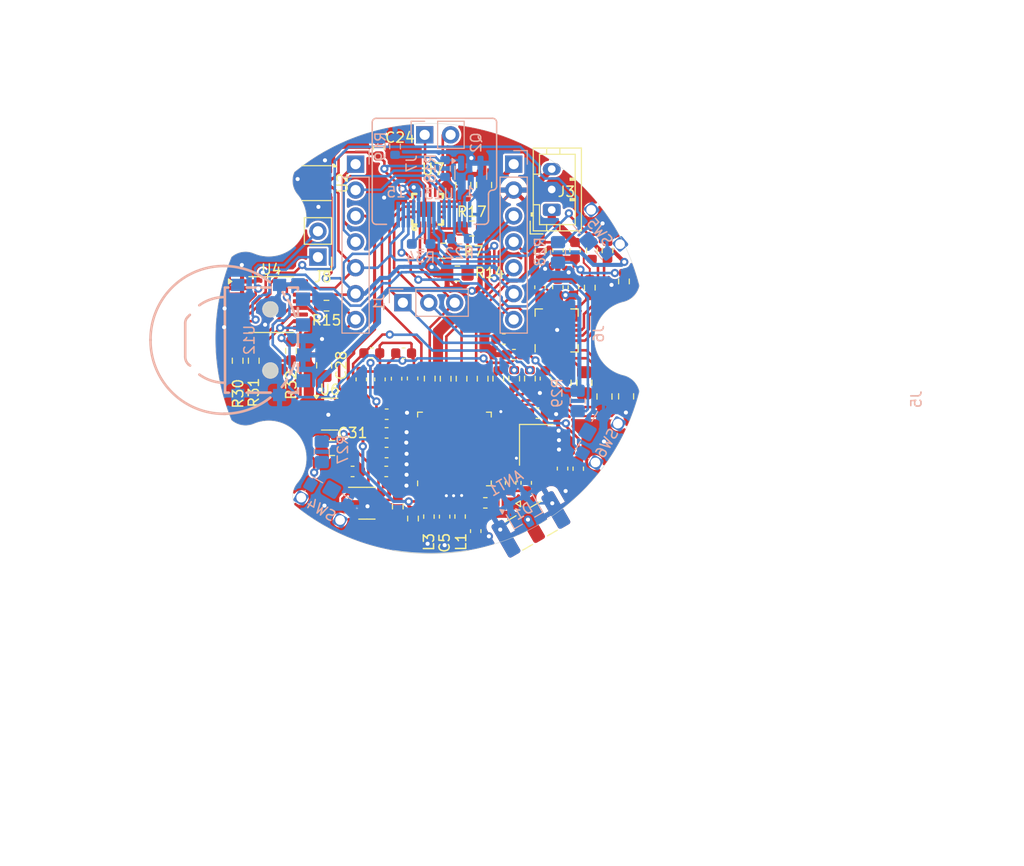
<source format=kicad_pcb>
(kicad_pcb (version 20241229) (generator "pcbnew") (generator_version "9.0")
  (title_block (title "DAB receiver board") (date "2021-07-28") (rev "A") (company "PE5PVB"))
  (layers (0 "F.Cu" signal) (2 "B.Cu" signal) (13 "F.Paste" user) (15 "B.Paste" user) (5 "F.SilkS" user "F.Silkscreen") (7 "B.SilkS" user "B.Silkscreen") (1 "F.Mask" user) (3 "B.Mask" user) (25 "Edge.Cuts" user))
  (net 0 "")
  (net 1 "GND")
  (net 2 "+5V")
  (net 3 "+3V3")
  (net 4 "SDA")
  (net 5 "SCL")
  (net 6 "Net-(C3-Pad2)")
  (net 7 "Net-(U3-VHFI)")
  (net 8 "Net-(U3-VA)")
  (net 9 "Net-(U3-ABYP)")
  (net 10 "Net-(U5-LEFTINM)")
  (net 11 "+1V8")
  (net 12 "RST")
  (net 13 "INT")
  (net 14 "MISO")
  (net 15 "MOSI")
  (net 16 "CLK")
  (net 17 "SS")
  (net 18 "Net-(U5-LEFTINP)")
  (net 19 "Net-(U5-RIGHTINP)")
  (net 20 "Net-(U5-RIGHTINM)")
  (net 21 "Net-(U3-DACREF)")
  (net 22 "Net-(U5-CPP)")
  (net 23 "Net-(U5-CPN)")
  (net 24 "Net-(U5-CPVSS)")
  (net 25 "Net-(U3-DBYP)")
  (net 26 "Net-(U3-VHFSW)")
  (net 27 "Net-(U5-~SD)")
  (net 28 "Net-(U3-MISO)")
  (net 29 "Net-(U3-MOSI)")
  (net 30 "Net-(U3-SCLK)")
  (net 31 "Net-(U3-SSB)")
  (net 32 "Net-(U5-SDA)")
  (net 33 "Net-(U5-SCL)")
  (net 37 "Net-(U3-XTALI)")
  (net 38 "Net-(U3-XTALO)")
  (net 40 "L")
  (net 42 "R")
  (net 48 "Net-(J7-Pin_2)")
  (net 49 "Net-(J7-Pin_1)")
  (net 50 "Net-(U3-DOUT)")
  (net 52 "LCD_CS")
  (net 53 "Net-(J3-Pin_1)")
  (net 54 "Net-(J3-Pin_3)")
  (net 62 "Net-(U5-HPRIGHT)")
  (net 63 "Net-(U5-HPLEFT)")
  (net 64 "LCD_DC")
  (net 65 "+3.3VA")
  (net 67 "I2SDIN")
  (net 68 "Net-(U7-GAIN)")
  (net 69 "Net-(U3-DSF)")
  (net 70 "I2SLRC")
  (net 71 "Net-(U3-DCLK)")
  (net 72 "I2SCLK")
  (net 73 "Net-(U7-SD)")
  (net 78 "Net-(U4-~{INT})")
  (net 79 "P1")
  (net 80 "P0")
  (net 81 "P3")
  (net 82 "P7")
  (net 83 "P5")
  (net 84 "P2")
  (net 85 "P6")
  (net 86 "P4")
  (net 88 "Net-(Q2-G)")
  (net 89 "/LEDK")
  (net 90 "Net-(U13-LEDA)")
  (net 91 "TP2_INT")
  (net 92 "Net-(U13-RST)")
  (net 93 "Net-(ANT1-A)")
  (footprint "Resistor_SMD:R_0805_2012Metric_Pad1.20x1.40mm_HandSolder" (layer "F.Cu") (at 102.13 93.78)
    (property "Reference" "R14")
    (property "Value" "3k")
  )
  (footprint "Resistor_SMD:R_0603_1608Metric" (layer "F.Cu") (at 109.24 104.08 90)
    (property "Reference" "R13" (hide yes))
    (property "Value" "2k")
  )
  (footprint "Capacitor_SMD:C_0603_1608Metric" (layer "F.Cu") (at 109.98 107.47)
    (property "Reference" "C17" (hide yes))
    (property "Value" "1uF")
  )
  (footprint "tp4056:TQFN-16_L3.0-W3.0-P0.50-BL-EP1.5" (layer "F.Cu") (at 99.21 87.472)
    (property "Reference" "U7")
    (property "Value" "~" (hide yes))
  )
  (footprint "Capacitor_SMD:C_0603_1608Metric_Pad1.08x0.95mm_HandSolder" (layer "F.Cu") (at 100.88 117.62 -90)
    (property "Reference" "C5")
    (property "Value" "2p7")
  )
  (footprint "Capacitor_SMD:C_0805_2012Metric_Pad1.18x1.45mm_HandSolder" (layer "F.Cu") (at 104.75 85.0925 90)
    (property "Reference" "C16" (hide yes))
    (property "Value" "10uF")
  )
  (footprint "Crystal:Crystal_SMD_3225-4Pin_3.2x2.5mm" (layer "F.Cu") (at 109.87 110.58 -90)
    (property "Reference" "X1" (hide yes))
    (property "Value" "19.2MHz")
  )
  (footprint "Capacitor_SMD:C_0805_2012Metric_Pad1.18x1.45mm_HandSolder" (layer "F.Cu") (at 118.67 105.8225 -90)
    (property "Reference" "C11" (hide yes))
    (property "Value" "10uF")
  )
  (footprint "Capacitor_SMD:C_0603_1608Metric" (layer "F.Cu") (at 94.42 81.465 90)
    (property "Reference" "C24")
    (property "Value" "100n")
  )
  (footprint "Resistor_SMD:R_0603_1608Metric" (layer "F.Cu") (at 106.14 104.09 90)
    (property "Reference" "R5" (hide yes))
    (property "Value" "100")
  )
  (footprint "Package_LGA:Bosch_LGA-8_3x3mm_P0.8mm_ClockwisePinNumbering" (layer "F.Cu") (at 88.4075 84.91 -90)
    (property "Reference" "U2")
    (property "Value" "BME680")
  )
  (footprint "Capacitor_SMD:C_0805_2012Metric_Pad1.18x1.45mm_HandSolder" (layer "F.Cu") (at 89.07 102.7875 -90)
    (property "Reference" "C28")
    (property "Value" "1uF")
  )
  (footprint "Inductor_SMD:L_0603_1608Metric_Pad1.05x0.95mm_HandSolder" (layer "F.Cu") (at 102.4 117.61 90)
    (property "Reference" "L1")
    (property "Value" "18nH")
  )
  (footprint "Capacitor_SMD:C_0603_1608Metric" (layer "F.Cu") (at 93.7414 101.582356)
    (property "Reference" "C35" (hide yes))
    (property "Value" "1uF")
  )
  (footprint "Capacitor_SMD:C_0603_1608Metric" (layer "F.Cu") (at 111.98 95.12 90)
    (property "Reference" "C19" (hide yes))
    (property "Value" "100n")
  )
  (footprint "Resistor_SMD:R_0805_2012Metric_Pad1.20x1.40mm_HandSolder" (layer "F.Cu") (at 103.55 89.36)
    (property "Reference" "R17")
    (property "Value" "680K")
  )
  (footprint "Capacitor_SMD:C_0805_2012Metric_Pad1.18x1.45mm_HandSolder" (layer "F.Cu") (at 112.54 104.49 -90)
    (property "Reference" "C8" (hide yes))
    (property "Value" "10uF")
  )
  (footprint "Inductor_SMD:L_0603_1608Metric" (layer "F.Cu") (at 113.98 112.92 -90)
    (property "Reference" "L2" (hide yes))
    (property "Value" "BEAD")
  )
  (footprint "Resistor_SMD:R_0603_1608Metric" (layer "F.Cu") (at 115.11 95.16 90)
    (property "Reference" "R10" (hide yes))
    (property "Value" "220")
  )
  (footprint "Resistor_SMD:R_0603_1608Metric" (layer "F.Cu") (at 97.78 117.81 90)
    (property "Reference" "R25" (hide yes))
    (property "Value" "10k")
  )
  (footprint "Capacitor_SMD:C_0603_1608Metric" (layer "F.Cu") (at 96.86 101.59)
    (property "Reference" "C26" (hide yes))
    (property "Value" "1uF")
  )
  (footprint "Capacitor_SMD:C_0603_1608Metric" (layer "F.Cu") (at 106.68 100.2 180)
    (property "Reference" "C20" (hide yes))
    (property "Value" "1uF")
  )
  (footprint "Resistor_SMD:R_0603_1608Metric" (layer "F.Cu") (at 110.305 91.501 90)
    (property "Reference" "R11" (hide yes))
    (property "Value" "220")
  )
  (footprint "Capacitor_SMD:C_0603_1608Metric" (layer "F.Cu") (at 108.88 114.31 90)
    (property "Reference" "C7" (hide yes))
    (property "Value" "2n2")
  )
  (footprint "Capacitor_SMD:C_0603_1608Metric" (layer "F.Cu") (at 94.5412 104.160956 90)
    (property "Reference" "C29" (hide yes))
    (property "Value" "8p2")
  )
  (footprint "Capacitor_SMD:C_0603_1608Metric" (layer "F.Cu") (at 107.3521 114.315856 90)
    (property "Reference" "C12" (hide yes))
    (property "Value" "8p2")
  )
  (footprint "Package_DFN_QFN:QFN-20-1EP_4x4mm_P0.5mm_EP2.7x2.7mm" (layer "F.Cu") (at 111.86 99.36 90)
    (property "Reference" "U5" (hide yes))
    (property "Value" "TPA6130A2RTJTG4")
  )
  (footprint "Capacitor_SMD:C_0805_2012Metric_Pad1.18x1.45mm_HandSolder" (layer "F.Cu") (at 116.55 105.84 -90)
    (property "Reference" "C10" (hide yes))
    (property "Value" "1uF")
  )
  (footprint "Capacitor_SMD:C_0603_1608Metric" (layer "F.Cu") (at 103.93 119.04 -90)
    (property "Reference" "C3" (hide yes))
    (property "Value" "33p")
  )
  (footprint "Resistor_SMD:R_0603_1608Metric" (layer "F.Cu") (at 96.29 116.63 90)
    (property "Reference" "R26" (hide yes))
    (property "Value" "10k")
  )
  (footprint "Capacitor_SMD:C_0603_1608Metric" (layer "F.Cu") (at 95.1886 109.405556 180)
    (property "Reference" "C40" (hide yes))
    (property "Value" "2n2")
  )
  (footprint "Resistor_SMD:R_0603_1608Metric_Pad0.98x0.95mm_HandSolder" (layer "F.Cu") (at 85.82 101.37 -90)
    (property "Reference" "R32")
    (property "Value" "10k")
  )
  (footprint "Capacitor_SMD:C_0805_2012Metric_Pad1.18x1.45mm_HandSolder" (layer "F.Cu") (at 89.84 110.89)
    (property "Reference" "C31")
    (property "Value" "1uF")
  )
  (footprint "Resistor_SMD:R_0603_1608Metric" (layer "F.Cu") (at 107.7 104.079044 90)
    (property "Reference" "R12" (hide yes))
    (property "Value" "2k")
  )
  (footprint "Package_TO_SOT_SMD:SOT-23-5" (layer "F.Cu") (at 89.61 107.5675)
    (property "Reference" "U6")
    (property "Value" "RT9013")
  )
  (footprint "Resistor_SMD:R_0603_1608Metric" (layer "F.Cu") (at 116.845 91.5 90)
    (property "Reference" "R8" (hide yes))
    (property "Value" "100")
  )
  (footprint "Resistor_SMD:R_0805_2012Metric_Pad1.20x1.40mm_HandSolder" (layer "F.Cu") (at 100.75 91.54 180)
    (property "Reference" "R7")
    (property "Value" "100K")
  )
  (footprint "Capacitor_SMD:C_0603_1608Metric" (layer "F.Cu") (at 95.1886 111.335956 180)
    (property "Reference" "C41" (hide yes))
    (property "Value" "1uF")
  )
  (footprint "Resistor_SMD:R_0603_1608Metric" (layer "F.Cu") (at 118.46 94.55 -90)
    (property "Reference" "R1" (hide yes))
    (property "Value" "4k7")
  )
  (footprint "Capacitor_SMD:C_0805_2012Metric_Pad1.18x1.45mm_HandSolder" (layer "F.Cu") (at 114.58 104.49 -90)
    (property "Reference" "C9" (hide yes))
    (property "Value" "1uF")
  )
  (footprint "Package_DFN_QFN:QFN-48-1EP_7x7mm_P0.5mm_EP5.3x5.3mm" (layer "F.Cu") (at 101.8416 110.984756 90)
    (property "Reference" "U3" (hide yes))
    (property "Value" "SI4684-A10-GM")
  )
  (footprint "Capacitor_SMD:C_0603_1608Metric" (layer "F.Cu") (at 113.5 95.12 90)
    (property "Reference" "C15" (hide yes))
    (property "Value" "1uF")
  )
  (footprint "Capacitor_SMD:C_0805_2012Metric_Pad1.18x1.45mm_HandSolder" (layer "F.Cu") (at 102.71 85.09 90)
    (property "Reference" "C22" (hide yes))
    (property "Value" "100nF")
  )
  (footprint "Connector_Coaxial:SMA_Samtec_SMA-J-P-H-ST-EM1_EdgeMount" (layer "F.Cu") (at 109.461523 118.594006 -60)
    (property "Reference" "ANT1")
    (property "Value" "Antenna_Shield")
  )
  (footprint "Capacitor_SMD:C_0603_1608Metric" (layer "F.Cu") (at 95.2016 107.576756 180)
    (property "Reference" "C38" (hide yes))
    (property "Value" "8p2")
  )
  (footprint "Resistor_SMD:R_0603_1608Metric_Pad0.98x0.95mm_HandSolder" (layer "F.Cu") (at 80.59 102.33 -90)
    (property "Reference" "R30")
    (property "Value" "10k")
  )
  (footprint "Resistor_SMD:R_0603_1608Metric" (layer "F.Cu") (at 102.54 104.09 90)
    (property "Reference" "R3" (hide yes))
    (property "Value" "100")
  )
  (footprint "Inductor_SMD:L_0603_1608Metric_Pad1.05x0.95mm_HandSolder" (layer "F.Cu") (at 99.34 117.62 -90)
    (property "Reference" "L3")
    (property "Value" "120nH")
  )
  (footprint "Connector_JST:JST_PH_B3B-PH-K_1x03_P2.00mm_Vertical" (layer "F.Cu") (at 111.38 87.53 90)
    (property "Reference" "J3")
    (property "Value" "Headphones" (hide yes))
  )
  (footprint "Capacitor_SMD:C_0603_1608Metric" (layer "F.Cu") (at 112.44 112.91 90)
    (property "Reference" "C6" (hide yes))
    (property "Value" "100n")
  )
  (footprint "Inductor_SMD:L_0603_1608Metric_Pad1.05x0.95mm_HandSolder" (layer "F.Cu") (at 104.87 116.27)
    (property "Reference" "L4" (hide yes))
    (property "Value" "22nH")
  )
  (footprint "Resistor_SMD:R_0603_1608Metric" (layer "F.Cu") (at 100.98 104.09 90)
    (property "Reference" "R2" (hide yes))
    (property "Value" "100")
  )
  (footprint "Capacitor_SMD:C_0603_1608Metric" (layer "F.Cu") (at 110.76 104.08 -90)
    (property "Reference" "C14" (hide yes))
    (property "Value" "1uF")
  )
  (footprint "Capacitor_SMD:C_0603_1608Metric" (layer "F.Cu") (at 95.159 113.190156)
    (property "Reference" "C4" (hide yes))
    (property "Value" "1uF")
  )
  (footprint "Resistor_SMD:R_0603_1608Metric_Pad0.98x0.95mm_HandSolder" (layer "F.Cu") (at 82.17 102.33 -90)
    (property "Reference" "R31")
    (property "Value" "10k")
  )
  (footprint "Connector_PinHeader_2.54mm:PinHeader_1x02_P2.54mm_Vertical" (layer "F.Cu") (at 88.46 92.17 180)
    (property "Reference" "J8")
    (property "Value" "Conn_01x02_Pin")
  )
  (footprint "Resistor_SMD:R_0603_1608Metric" (layer "F.Cu") (at 104.606 104.09 90)
    (property "Reference" "R4" (hide yes))
    (property "Value" "100")
  )
  (footprint "Capacitor_SMD:C_0603_1608Metric" (layer "F.Cu") (at 110.23 95.12 90)
    (property "Reference" "C21" (hide yes))
    (property "Value" "100n")
  )
  (footprint "Capacitor_SMD:C_0603_1608Metric" (layer "F.Cu") (at 92.7124 104.160956 90)
    (property "Reference" "C30" (hide yes))
    (property "Value" "2n2")
  )
  (footprint "Package_SO:TSSOP-16_4.4x5mm_P0.65mm" (layer "F.Cu") (at 83.8825 96.825)
    (property "Reference" "U4")
    (property "Value" "TCA9554PW")
  )
  (footprint "Capacitor_SMD:C_0603_1608Metric" (layer "F.Cu") (at 96.17 104.09 90)
    (property "Reference" "C25" (hide yes))
    (property "Value" "2n2")
  )
  (footprint "Capacitor_SMD:C_0603_1608Metric" (layer "F.Cu") (at 97.74 104.07 90)
    (property "Reference" "C23" (hide yes))
    (property "Value" "8p2")
  )
  (footprint "Capacitor_SMD:C_0603_1608Metric" (layer "F.Cu") (at 107.675 101.73 180)
    (property "Reference" "C18" (hide yes))
    (property "Value" "100n")
  )
  (footprint "Capacitor_SMD:C_0603_1608Metric" (layer "F.Cu") (at 113.665 91.506 -90)
    (property "Reference" "C34" (hide yes))
    (property "Value" "270p")
  )
  (footprint "Capacitor_SMD:C_0603_1608Metric" (layer "F.Cu") (at 91.857 113.190156 180)
    (property "Reference" "C1" (hide yes))
    (property "Value" "1uF")
  )
  (footprint "Resistor_SMD:R_0603_1608Metric" (layer "F.Cu") (at 89.3 96.93 180)
    (property "Reference" "R15")
    (property "Value" "100")
  )
  (footprint "Package_TO_SOT_SMD:SOT-23-5" (layer "F.Cu") (at 93.2595 116.304156)
    (property "Reference" "U1" (hide yes))
    (property "Value" "MIC5504-1.8YM5")
  )
  (footprint "Capacitor_SMD:C_0603_1608Metric" (layer "F.Cu") (at 111.995 91.501 -90)
    (property "Reference" "C39" (hide yes))
    (property "Value" "270p")
  )
  (footprint "Resistor_SMD:R_0603_1608Metric" (layer "F.Cu") (at 115.32 91.51 90)
    (property "Reference" "R9" (hide yes))
    (property "Value" "100")
  )
  (footprint "Resistor_SMD:R_0603_1608Metric" (layer "F.Cu") (at 99.42 104.08 90)
    (property "Reference" "R6" (hide yes))
    (property "Value" "600")
  )
  (footprint "Resistor_SMD:R_0603_1608Metric" (layer "B.Cu") (at 102.335 90.36)
    (property "Reference" "R22")
    (property "Value" "22")
  )
  (footprint "tp4056:SW_SPST_CK_KMS2xxGP" (layer "B.Cu") (at 89.105254 116.207179 150)
    (property "Reference" "SW4")
    (property "Value" "SW_Push")
  )
  (footprint "open-Smartwatch:GC9A01_Touch_IPS_display_reversed_16pin" (layer "B.Cu") (at 99.48 87.75 180)
    (property "Reference" "U13")
    (property "Value" "~")
  )
  (footprint "Package_TO_SOT_SMD:SOT-23W" (layer "B.Cu") (at 108.572724 117.084231 -60)
    (property "Reference" "D1")
    (property "Value" "BAV99")
  )
  (footprint "Connector_PinHeader_2.54mm:PinHeader_1x03_P2.54mm_Vertical" (layer "B.Cu") (at 96.79 96.64 -90)
    (property "Reference" "J1")
    (property "Value" "Conn_01x03")
  )
  (footprint "tp4056:SW_SPST_CK_KMS2xxGP" (layer "B.Cu") (at 116.083031 89.698932 -50)
    (property "Reference" "SW5")
    (property "Value" "SW_Push")
  )
  (footprint "Resistor_SMD:R_0603_1608Metric" (layer "B.Cu") (at 100.92 83.475 -90)
    (property "Reference" "R18")
    (property "Value" "10k")
  )
  (footprint "tp4056:SW-SMD_SIQ-02FVS3_1" (layer "B.Cu") (at 81.736 100.29 -90)
    (property "Reference" "U12")
    (property "Value" "SIQ-02FVS3")
    (fp_poly (pts (xy -2.2 -2.0645) (xy -2.220058 -1.886483) (xy -2.279225 -1.717393) (xy -2.374535 -1.565708) (xy -2.501208 -1.439035) (xy -2.652893 -1.343725) (xy -2.821983 -1.284558) (xy -3 -1.2645) (xy -3.178017 -1.284558) (xy -3.347107 -1.343725) (xy -3.498792 -1.439035) (xy -3.625465 -1.565708) (xy -3.720775 -1.717393) (xy -3.779942 -1.886483) (xy -3.8 -2.0645) (xy -3.779942 -2.242517) (xy -3.720775 -2.411607) (xy -3.625465 -2.563292) (xy -3.498792 -2.689965) (xy -3.347107 -2.785275) (xy -3.178017 -2.844442) (xy -3 -2.8645) (xy -2.821983 -2.844442) (xy -2.652893 -2.785275) (xy -2.501208 -2.689965) (xy -2.374535 -2.563292) (xy -2.279225 -2.411607) (xy -2.220058 -2.242517)) (fill yes) (layer "Edge.Cuts"))
    (fp_poly (pts (xy 3.8 -2.0645) (xy 3.779942 -1.886483) (xy 3.720775 -1.717393) (xy 3.625465 -1.565708) (xy 3.498792 -1.439035) (xy 3.347107 -1.343725) (xy 3.178017 -1.284558) (xy 3 -1.2645) (xy 2.821983 -1.284558) (xy 2.652893 -1.343725) (xy 2.501208 -1.439035) (xy 2.374535 -1.565708) (xy 2.279225 -1.717393) (xy 2.220058 -1.886483) (xy 2.2 -2.0645) (xy 2.220058 -2.242517) (xy 2.279225 -2.411607) (xy 2.374535 -2.563292) (xy 2.501208 -2.689965) (xy 2.652893 -2.785275) (xy 2.821983 -2.844442) (xy 3 -2.8645) (xy 3.178017 -2.844442) (xy 3.347107 -2.785275) (xy 3.498792 -2.689965) (xy 3.625465 -2.563292) (xy 3.720775 -2.411607) (xy 3.779942 -2.242517)) (fill yes) (layer "Edge.Cuts"))
  )
  (footprint "Resistor_SMD:R_0805_2012Metric_Pad1.20x1.40mm_HandSolder" (layer "B.Cu") (at 111.995 91.701 90)
    (property "Reference" "R28")
    (property "Value" "10k")
  )
  (footprint "tp4056:SW_SPST_CK_KMS2xxGP" (layer "B.Cu") (at 116.115144 110.0275 -120)
    (property "Reference" "SW6")
    (property "Value" "SW_Push")
  )
  (footprint "Resistor_SMD:R_0603_1608Metric" (layer "B.Cu") (at 96.02 81.31 -90)
    (property "Reference" "R19")
    (property "Value" "1M")
  )
  (footprint "Resistor_SMD:R_0805_2012Metric_Pad1.20x1.40mm_HandSolder" (layer "B.Cu") (at 113.92 106.27 90)
    (property "Reference" "R29")
    (property "Value" "10k")
  )
  (footprint "Resistor_SMD:R_0603_1608Metric_Pad0.98x0.95mm_HandSolder" (layer "B.Cu") (at 98.5775 90.87 180)
    (property "Reference" "R34")
    (property "Value" "10k")
  )
  (footprint "Connector_PinHeader_2.54mm:PinHeader_1x02_P2.54mm_Vertical" (layer "B.Cu") (at 98.925 80.17 -90)
    (property "Reference" "J7")
    (property "Value" "Conn_01x02_Pin")
  )
  (footprint "Connector_PinHeader_2.54mm:PinHeader_1x07_P2.54mm_Vertical" (layer "B.Cu") (at 107.649697 83.05 180)
    (property "Reference" "J6")
    (property "Value" "DISP RIGHT")
  )
  (footprint "Package_TO_SOT_SMD:SOT-23" (layer "B.Cu") (at 103.445 83.891248 -90)
    (property "Reference" "Q2")
    (property "Value" "2N7002")
  )
  (footprint "Connector_PinHeader_2.54mm:PinHeader_1x07_P2.54mm_Vertical" (layer "B.Cu") (at 92.149697 83.05 180)
    (property "Reference" "J5")
    (property "Value" "DISP LEFT")
  )
  (footprint "Resistor_SMD:R_0805_2012Metric_Pad1.20x1.40mm_HandSolder" (layer "B.Cu") (at 88.84 111.265 -90)
    (property "Reference" "R27")
    (property "Value" "10k")
  )
  (gr_arc (start 82.188165 108.502948) (mid 81.04038 108.646139) (end 79.990907 108.159836) (stroke (width 0.0381)) (layer "Edge.Cuts"))
  (gr_arc (start 82.188165 108.502948) (mid 86.613524 109.705142) (end 86.470629 114.28865) (stroke (width 0.0381)) (layer "Edge.Cuts"))
  (gr_arc (start 118.405873 103.755477) (mid 119.413598 104.323255) (end 119.967839 105.33849) (stroke (width 0.0381)) (layer "Edge.Cuts"))
  (gr_arc (start 86.156956 116.490304) (mid 85.99842 115.344542) (end 86.470629 114.28865) (stroke (width 0.0381)) (layer "Edge.Cuts"))
  (gr_arc (start 86.156956 83.822466) (mid 106.123267 80.118203) (end 119.967839 94.97428) (stroke (width 0.0381)) (layer "Edge.Cuts"))
  (gr_arc (start 95.931413 120.95) (mid 90.755575 119.352705) (end 86.156956 116.490304) (stroke (width 0.0381)) (layer "Edge.Cuts"))
  (gr_arc (start 79.990907 108.159836) (mid 78.414091 100.156385) (end 79.990907 92.152934) (stroke (width 0.0381)) (layer "Edge.Cuts"))
  (gr_arc (start 103.097785 120.951878) (mid 99.514371 121.232233) (end 95.931462 120.945486) (stroke (width 0.1)) (layer "Edge.Cuts"))
  (gr_arc (start 86.470629 86.02412) (mid 85.998434 84.968223) (end 86.156956 83.822466) (stroke (width 0.0381)) (layer "Edge.Cuts"))
  (gr_arc (start 118.405873 103.755477) (mid 115.564087 100.156383) (end 118.405873 96.557293) (stroke (width 0.0381)) (layer "Edge.Cuts"))
  (gr_arc (start 79.990907 92.152934) (mid 81.040386 91.666648) (end 82.188165 91.809822) (stroke (width 0.0381)) (layer "Edge.Cuts"))
  (gr_arc (start 86.470629 86.02412) (mid 86.613539 90.607649) (end 82.188165 91.809822) (stroke (width 0.0381)) (layer "Edge.Cuts"))
  (gr_arc (start 119.967839 94.97428) (mid 119.413595 95.989508) (end 118.405873 96.557293) (stroke (width 0.0381)) (layer "Edge.Cuts"))
  (gr_arc (start 119.967839 105.33849) (mid 113.844732 115.643241) (end 103.096771 120.95) (stroke (width 0.0381)) (layer "Edge.Cuts"))
  (segment (start 79.31 95.96) (end 79.31 97.2) (width 0.4) (layer "F.Cu") (net 1))
  (segment (start 79.36 95.2) (end 79.27 95.29) (width 0.4) (layer "F.Cu") (net 1))
  (segment (start 105.096667 95.137969) (end 105.096667 94.653333) (width 0.3) (layer "F.Cu") (net 1))
  (segment (start 118.67 106.86) (end 118.67 107.39) (width 0.8) (layer "F.Cu") (net 1))
  (segment (start 79.42 95.85) (end 79.31 95.96) (width 0.4) (layer "F.Cu") (net 1))
  (segment (start 103.1 82.45) (end 102.71 82.84) (width 0.25) (layer "F.Cu") (net 1))
  (segment (start 102.548413 115.481587) (end 102.5916 115.4384) (width 0.25) (layer "F.Cu") (net 1))
  (segment (start 111.995 92.612066) (end 113.043935 93.661001) (width 0.2) (layer "F.Cu") (net 1))
  (segment (start 107.916587 111.886587) (end 108.203413 111.886587) (width 0.4) (layer "F.Cu") (net 1))
  (segment (start 97.384756 110.734756) (end 97.33 110.68) (width 0.25) (layer "F.Cu") (net 1))
  (segment (start 97.325244 109.234756) (end 97.32 109.24) (width 0.25) (layer "F.Cu") (net 1))
  (segment (start 100.38319 89.811) (end 100.75681 89.811) (width 0.25) (layer "F.Cu") (net 1))
  (segment (start 92.122 116.304156) (end 93.016246 116.304156) (width 0.3) (layer "F.Cu") (net 1))
  (segment (start 97.852873 85.308188) (end 98.088878 85.072183) (width 0.25) (layer "F.Cu") (net 1))
  (segment (start 113.81 98.86) (end 112.36 98.86) (width 0.25) (layer "F.Cu") (net 1))
  (segment (start 101.13 94.107587) (end 103.248413 96.226) (width 0.3) (layer "F.Cu") (net 1))
  (segment (start 101.5916 114.434756) (end 101.5916 111.234756) (width 0.25) (layer "F.Cu") (net 1))
  (segment (start 111.86 101.31) (end 111.86 99.36) (width 0.25) (layer "F.Cu") (net 1))
  (segment (start 79.27 95.29) (end 79.27 95.73) (width 0.4) (layer "F.Cu") (net 1))
  (segment (start 97.455244 109.645244) (end 97.15 109.34) (width 0.25) (layer "F.Cu") (net 1))
  (segment (start 79.32 99.1) (end 79.26 99.04) (width 0.4) (layer "F.Cu") (net 1))
  (segment (start 98.3916 109.734756) (end 100.5916 109.734756) (width 0.25) (layer "F.Cu") (net 1))
  (segment (start 98.96 85.972) (end 98.96 87.222) (width 0.25) (layer "F.Cu") (net 1))
  (segment (start 110.23 93.81173) (end 110.729867 93.311863) (width 0.22) (layer "F.Cu") (net 1))
  (segment (start 79.26 95.74) (end 79.26 99.04) (width 0.4) (layer "F.Cu") (net 1))
  (segment (start 81.02 95.2) (end 79.36 95.2) (width 0.4) (layer "F.Cu") (net 1))
  (segment (start 102.5916 115.4384) (end 102.5916 114.434756) (width 0.25) (layer "F.Cu") (net 1))
  (segment (start 113.104643 93.661001) (end 113.5 94.056358) (width 0.2) (layer "F.Cu") (net 1))
  (segment (start 102.5916 114.434756) (end 102.5916 111.734756) (width 0.25) (layer "F.Cu") (net 1))
  (segment (start 81.02 99.1) (end 79.32 99.1) (width 0.4) (layer "F.Cu") (net 1))
  (segment (start 113.66 92.276) (end 113.665 92.281) (width 0.2) (layer "F.Cu") (net 1))
  (segment (start 89.13 116.56) (end 89.09 116.6) (width 0.8) (layer "F.Cu") (net 1))
  (segment (start 101.0916 114.434756) (end 101.0916 111.734756) (width 0.25) (layer "F.Cu") (net 1))
  (segment (start 104.995661 90.747266) (end 106.448697 89.29423) (width 0.3) (layer "F.Cu") (net 1))
  (segment (start 101.0916 115.5284) (end 101.05 115.57) (width 0.25) (layer "F.Cu") (net 1))
  (segment (start 107.649697 85.59) (end 109.09 87.030303) (width 0.4) (layer "F.Cu") (net 1))
  (segment (start 118.67 107.39) (end 118.65 107.41) (width 0.8) (layer "F.Cu") (net 1))
  (segment (start 102.0916 115.2384) (end 101.76 115.57) (width 0.25) (layer "F.Cu") (net 1))
  (segment (start 102.71 82.84) (end 102.71 84.0525) (width 0.25) (layer "F.Cu") (net 1))
  (segment (start 101.0916 114.434756) (end 101.0916 115.5284) (width 0.25) (layer "F.Cu") (net 1))
  (segment (start 100.25 93.78) (end 99.61 93.14) (width 0.8) (layer "F.Cu") (net 1))
  (segment (start 99.462 88.972) (end 99.462 87.724) (width 0.25) (layer "F.Cu") (net 1))
  (segment (start 103.0916 115.18059) (end 102.70219 115.57) (width 0.25) (layer "F.Cu") (net 1))
  (segment (start 93.016246 116.304156) (end 93.319339 116.607249) (width 0.3) (layer "F.Cu") (net 1))
  (segment (start 113.81 98.36) (end 112.86 98.36) (width 0.25) (layer "F.Cu") (net 1))
  (segment (start 98.96 85.58) (end 98.96 85.972) (width 0.25) (layer "F.Cu") (net 1))
  (segment (start 110.76 104.855) (end 110.76 104.950129) (width 0.3) (layer "F.Cu") (net 1))
  (segment (start 103.248413 96.226) (end 104.008636 96.226) (width 0.3) (layer "F.Cu") (net 1))
  (segment (start 101.371514 90.201514) (end 101.371514 91.54) (width 0.25) (layer "F.Cu") (net 1))
  (segment (start 111.01 109.19) (end 110.72 109.48) (width 0.4) (layer "F.Cu") (net 1))
  (segment (start 98.3916 110.734756) (end 101.5916 110.734756) (width 0.25) (layer "F.Cu") (net 1))
  (segment (start 81.02 95.85) (end 79.42 95.85) (width 0.4) (layer "F.Cu") (net 1))
  (segment (start 103.5 82.45) (end 104.23 82.45) (width 0.25) (layer "F.Cu") (net 1))
  (segment (start 109.853 91.477) (end 109.805 91.525) (width 0.4) (layer "F.Cu") (net 1))
  (segment (start 102.70219 115.57) (end 102.46 115.57) (width 0.25) (layer "F.Cu") (net 1))
  (segment (start 108.41 111.68) (end 109.02 111.68) (width 0.4) (layer "F.Cu") (net 1))
  (segment (start 99.51 89.15881) (end 99.51 89.598) (width 0.25) (layer "F.Cu") (net 1))
  (segment (start 101.13 92.16) (end 101.75 91.54) (width 0.8) (layer "F.Cu") (net 1))
  (segment (start 111.36 99.86) (end 111.86 99.36) (width 0.25) (layer "F.Cu") (net 1))
  (segment (start 81.02 99.1) (end 82.974695 99.1) (width 0.4) (layer "F.Cu") (net 1))
  (segment (start 98.3916 110.234756) (end 101.0916 110.234756) (width 0.25) (layer "F.Cu") (net 1))
  (segment (start 102.7125 84.055) (end 102.71 84.0525) (width 0.25) (layer "F.Cu") (net 1))
  (segment (start 110.755 107.47) (end 111.713472 107.47) (width 0.3) (layer "F.Cu") (net 1))
  (segment (start 104.75 82.97) (end 104.75 84.055) (width 0.25) (layer "F.Cu") (net 1))
  (segment (start 101.13 93.78) (end 100.25 93.78) (width 0.8) (layer "F.Cu") (net 1))
  (segment (start 111.86 97.41) (end 111.86 99.36) (width 0.25) (layer "F.Cu") (net 1))
  (segment (start 97.71 87.72) (end 98.962 87.72) (width 0.25) (layer "F.Cu") (net 1))
  (segment (start 87.22 84.51) (end 86.47 84.51) (width 0.25) (layer "F.Cu") (net 1))
  (segment (start 111.94 109.19) (end 111.01 109.19) (width 0.4) (layer "F.Cu") (net 1))
  (segment (start 89.4175 107.5675) (end 89.48 107.63) (width 0.3) (layer "F.Cu") (net 1))
  (segment (start 88.8025 110.89) (end 89.13 111.2175) (width 0.8) (layer "F.Cu") (net 1))
  (segment (start 98.3916 109.234756) (end 97.325244 109.234756) (width 0.25) (layer "F.Cu") (net 1))
  (segment (start 98.088878 85.072183) (end 98.452183 85.072183) (width 0.25) (layer "F.Cu") (net 1))
  (segment (start 104.75 84.055) (end 102.7125 84.055) (width 0.25) (layer "F.Cu") (net 1))
  (segment (start 89.486 110.2065) (end 88.8025 110.89) (width 0.3) (layer "F.Cu") (net 1))
  (segment (start 109.055466 99.86) (end 107.185466 101.73) (width 0.25) (layer "F.Cu") (net 1))
  (segment (start 109.805 91.525) (end 111.244 91.525) (width 0.4) (layer "F.Cu") (net 1))
  (segment (start 81.02 92.96) (end 81 92.94) (width 0.4) (layer "F.Cu") (net 1))
  (segment (start 109.09 87.030303) (end 109.09 90.791484) (width 0.4) (layer "F.Cu") (net 1))
  (segment (start 113.043935 93.661001) (end 113.104643 93.661001) (width 0.2) (layer "F.Cu") (net 1))
  (segment (start 113.5 94.056358) (end 113.5 94.345) (width 0.2) (layer "F.Cu") (net 1))
  (segment (start 115.333038 88.86) (end 112.003038 85.53) (width 0.3) (layer "F.Cu") (net 1))
  (segment (start 110.23 94.345) (end 111.98 94.345) (width 0.22) (layer "F.Cu") (net 1))
  (segment (start 111.995 94.33) (end 111.98 94.345) (width 0.2) (layer "F.Cu") (net 1))
  (segment (start 112.003038 85.53) (end 111.38 85.53) (width 0.3) (layer "F.Cu") (net 1))
  (segment (start 106.448697 89.29423) (end 106.448697 86.791) (width 0.3) (layer "F.Cu") (net 1))
  (segment (start 102.0916 114.434756) (end 102.0916 115.2384) (width 0.25) (layer "F.Cu") (net 1))
  (segment (start 111.244 91.525) (end 111.995 92.276) (width 0.4) (layer "F.Cu") (net 1))
  (segment (start 106.448697 86.791) (end 107.649697 85.59) (width 0.3) (layer "F.Cu") (net 1))
  (segment (start 111.4325 105.5275) (end 110.76 104.855) (width 0.3) (layer "F.Cu") (net 1))
  (segment (start 79.36 95.2) (end 79.73 94.83) (width 0.4) (layer "F.Cu") (net 1))
  (segment (start 111.76573 92.276) (end 110.729867 93.311863) (width 0.2) (layer "F.Cu") (net 1))
  (segment (start 97.852873 85.317567) (end 97.852873 85.308188) (width 0.25) (layer "F.Cu") (net 1))
  (segment (start 104.995661 94.552327) (end 104.995661 90.747266) (width 0.3) (layer "F.Cu") (net 1))
  (segment (start 113.5 94.345) (end 111.98 94.345) (width 0.2) (layer "F.Cu") (net 1))
  (segment (start 88.897678 107.5675) (end 89.486 108.155822) (width 0.3) (layer "F.Cu") (net 1))
  (segment (start 107.185466 101.73) (end 106.9 101.73) (width 0.25) (layer "F.Cu") (net 1))
  (segment (start 103.0916 114.434756) (end 103.0916 112.234756) (width 0.25) (layer "F.Cu") (net 1))
  (segment (start 79.73 93.72) (end 80.51 92.94) (width 0.4) (layer "F.Cu") (net 1))
  (segment (start 111.995 92.276) (end 113.66 92.276) (width 0.2) (layer "F.Cu") (net 1))
  (segment (start 99.51 89.598) (end 100.17019 89.598) (width 0.25) (layer "F.Cu") (net 1))
  (segment (start 100.75681 89.811) (end 100.981 89.811) (width 0.25) (layer "F.Cu") (net 1))
  (segment (start 79.27 95.73) (end 79.26 95.74) (width 0.4) (layer "F.Cu") (net 1))
  (segment (start 102.548413 115.548413) (end 102.548413 115.481587) (width 0.25) (layer "F.Cu") (net 1))
  (segment (start 109.91 99.86) (end 109.055466 99.86) (width 0.25) (layer "F.Cu") (net 1))
  (segment (start 101.13 93.78) (end 101.13 94.107587) (width 0.3) (layer "F.Cu") (net 1))
  (segment (start 101.13 93.78) (end 101.13 92.16) (width 0.8) (layer "F.Cu") (net 1))
  (segment (start 89.13 111.2175) (end 89.13 116.56) (width 0.8) (layer "F.Cu") (net 1))
  (segment (start 99.51 88.972) (end 99.51 89.15881) (width 0.25) (layer "F.Cu") (net 1))
  (segment (start 110.76 104.950129) (end 110.217129 105.493) (width 0.3) (layer "F.Cu") (net 1))
  (segment (start 98.3916 109.234756) (end 100.0916 109.234756) (width 0.25) (layer "F.Cu") (net 1))
  (segment (start 103.5 82.45) (end 103.1 82.45) (width 0.25) (layer "F.Cu") (net 1))
  (segment (start 111.995 92.276) (end 111.995 94.33) (width 0.2) (layer "F.Cu") (net 1))
  (segment (start 103.0916 114.434756) (end 103.0916 115.18059) (width 0.25) (layer "F.Cu") (net 1))
  (segment (start 111.995 92.276) (end 111.76573 92.276) (width 0.2) (layer "F.Cu") (net 1))
  (segment (start 97.455244 109.734756) (end 97.455244 109.645244) (width 0.25) (layer "F.Cu") (net 1))
  (segment (start 111.713472 107.47) (end 111.810472 107.567) (width 0.3) (layer "F.Cu") (net 1))
  (segment (start 99.462 88.972) (end 99.51 88.972) (width 0.25) (layer "F.Cu") (net 1))
  (segment (start 109.775516 91.477) (end 109.853 91.477) (width 0.4) (layer "F.Cu") (net 1))
  (segment (start 112.54 105.5275) (end 111.4325 105.5275) (width 0.3) (layer "F.Cu") (net 1))
  (segment (start 88.86 100.2) (end 88.86 101.54) (width 0.3) (layer "F.Cu") (net 1))
  (segment (start 80.51 92.94) (end 81 92.94) (width 0.4) (layer "F.Cu") (net 1))
  (segment (start 98.3916 110.234756) (end 96.955244 110.234756) (width 0.25) (layer "F.Cu") (net 1))
  (segment (start 79.73 94.83) (end 79.73 93.72) (width 0.4) (layer "F.Cu") (net 1))
  (segment (start 112.86 98.36) (end 111.86 99.36) (width 0.25) (layer "F.Cu") (net 1))
  (segment (start 111.995 92.276) (end 111.995 92.612066) (width 0.2) (layer "F.Cu") (net 1))
  (segment (start 109.09 90.791484) (end 109.775516 91.477) (width 0.4) (layer "F.Cu") (net 1))
  (segment (start 100.981 89.811) (end 101.371514 90.201514) (width 0.25) (layer "F.Cu") (net 1))
  (segment (start 88.4725 107.5675) (end 88.897678 107.5675) (width 0.3) (layer "F.Cu") (net 1))
  (segment (start 110.23 94.345) (end 110.23 93.81173) (width 0.22) (layer "F.Cu") (net 1))
  (segment (start 88.4725 107.5675) (end 89.4175 107.5675) (width 0.3) (layer "F.Cu") (net 1))
  (segment (start 101.5916 114.434756) (end 101.5916 115.4016) (width 0.25) (layer "F.Cu") (net 1))
  (segment (start 100.17019 89.598) (end 100.38319 89.811) (width 0.25) (layer "F.Cu") (net 1))
  (segment (start 101.5916 115.4016) (end 101.76 115.57) (width 0.25) (layer "F.Cu") (net 1))
  (segment (start 109.91 99.86) (end 111.36 99.86) (width 0.25) (layer "F.Cu") (net 1))
  (segment (start 110.755 109.445) (end 110.72 109.48) (width 0.3) (layer "F.Cu") (net 1))
  (segment (start 112.36 98.86) (end 111.86 99.36) (width 0.25) (layer "F.Cu") (net 1))
  (segment (start 116.36 88.86) (end 115.333038 88.86) (width 0.3) (layer "F.Cu") (net 1))
  (segment (start 102.0916 114.434756) (end 102.0916 111.234756) (width 0.25) (layer "F.Cu") (net 1))
  (segment (start 97.455244 109.734756) (end 98.3916 109.734756) (width 0.25) (layer "F.Cu") (net 1))
  (segment (start 105.096667 94.653333) (end 104.995661 94.552327) (width 0.3) (layer "F.Cu") (net 1))
  (segment (start 82.974695 99.1) (end 83.281125 98.79357) (width 0.4) (layer "F.Cu") (net 1))
  (segment (start 89.486 108.155822) (end 89.486 110.2065) (width 0.3) (layer "F.Cu") (net 1))
  (segment (start 98.452183 85.072183) (end 98.96 85.58) (width 0.25) (layer "F.Cu") (net 1))
  (segment (start 108.203413 111.886587) (end 108.41 111.68) (width 0.4) (layer "F.Cu") (net 1))
  (segment (start 104.008636 96.226) (end 105.096667 95.137969) (width 0.3) (layer "F.Cu") (net 1))
  (segment (start 104.23 82.45) (end 104.75 82.97) (width 0.25) (layer "F.Cu") (net 1))
  (segment (start 88.86 101.54) (end 89.07 101.75) (width 0.3) (layer "F.Cu") (net 1))
  (segment (start 81.02 94.55) (end 81.02 92.96) (width 0.4) (layer "F.Cu") (net 1))
  (segment (start 110.755 107.47) (end 110.755 109.445) (width 0.3) (layer "F.Cu") (net 1))
  (segment (start 98.3916 110.734756) (end 97.384756 110.734756) (width 0.25) (layer "F.Cu") (net 1))
  (via (at 97.19 107.43) (size 0.8) (drill 0.4) (layers "F.Cu" "B.Cu") (net 1))
  (via (at 112.09 110.12) (size 0.8) (drill 0.4) (layers "F.Cu" "B.Cu") (net 1))
  (via (at 97.15 109.34) (size 0.8) (drill 0.4) (layers "F.Cu" "B.Cu") (net 1))
  (via (at 116.36 88.86) (size 0.8) (drill 0.4) (layers "F.Cu" "B.Cu") (net 1))
  (via (at 99.21 120.28) (size 0.8) (drill 0.4) (layers "F.Cu" "B.Cu") (net 1))
  (via (at 102.548413 115.548413) (size 0.5) (drill 0.3) (layers "F.Cu" "B.Cu") (net 1))
  (via (at 105.22 119.55) (size 0.8) (drill 0.4) (layers "F.Cu" "B.Cu") (net 1))
  (via (at 116.5 110.25) (size 0.8) (drill 0.4) (layers "F.Cu" "B.Cu") (net 1))
  (via (at 118.65 107.41) (size 0.8) (drill 0.4) (layers "F.Cu" "B.Cu") (net 1))
  (via (at 89.48 107.63) (size 0.8) (drill 0.4) (layers "F.Cu" "B.Cu") (net 1))
  (via (at 89.15 82.67) (size 0.8) (drill 0.4) (layers "F.Cu" "B.Cu") (net 1))
  (via (at 97.12 110.36) (size 0.8) (drill 0.4) (layers "F.Cu" "B.Cu") (net 1))
  (via (at 100.88 120.42) (size 0.8) (drill 0.4) (layers "F.Cu" "B.Cu") (net 1))
  (via (at 110.729867 93.311863) (size 0.8) (drill 0.4) (layers "F.Cu" "B.Cu") (net 1))
  (via (at 107.916587 111.886587) (size 0.5) (drill 0.3) (layers "F.Cu" "B.Cu") (net 1))
  (via (at 99.61 93.14) (size 0.8) (drill 0.4) (layers "F.Cu" "B.Cu") (net 1))
  (via (at 106.33 118.89) (size 0.8) (drill 0.4) (layers "F.Cu" "B.Cu") (net 1))
  (via (at 117.24 94.89) (size 0.8) (drill 0.4) (layers "F.Cu" "B.Cu") (net 1))
  (via (at 79.31 97.2) (size 0.8) (drill 0.4) (layers "F.Cu" "B.Cu") (net 1))
  (via (at 97.15 113.51) (size 0.8) (drill 0.4) (layers "F.Cu" "B.Cu") (net 1))
  (via (at 111.810472 107.567) (size 0.8) (drill 0.4) (layers "F.Cu" "B.Cu") (net 1))
  (via (at 101.05 115.57) (size 0.5) (drill 0.3) (layers "F.Cu" "B.Cu") (net 1))
  (via (at 112.06 109.18) (size 0.8) (drill 0.4) (layers "F.Cu" "B.Cu") (net 1))
  (via (at 111.43 116.31) (size 0.8) (drill 0.4) (layers "F.Cu" "B.Cu") (net 1))
  (via (at 94.95 86.33) (size 0.8) (drill 0.4) (layers "F.Cu" "B.Cu") (net 1))
  (via (at 88.51 87.24) (size 0.8) (drill 0.4) (layers "F.Cu" "B.Cu") (net 1))
  (via (at 112.74 115.11) (size 0.8) (drill 0.4) (layers "F.Cu" "B.Cu") (net 1))
  (via (at 97.15 112.49) (size 0.8) (drill 0.4) (layers "F.Cu" "B.Cu") (net 1))
  (via (at 79.26 99.04) (size 0.8) (drill 0.4) (layers "F.Cu" "B.Cu") (net 1))
  (via (at 113.043935 93.661001) (size 0.8) (drill 0.4) (layers "F.Cu" "B.Cu") (net 1))
  (via (at 97.14 114.58) (size 0.8) (drill 0.4) (layers "F.Cu" "B.Cu") (net 1))
  (via (at 106.39 107.32) (size 0.5) (drill 0.3) (layers "F.Cu" "B.Cu") (net 1))
  (via (at 101.76 115.57) (size 0.5) (drill 0.3) (layers "F.Cu" "B.Cu") (net 1))
  (via (at 111.91 99.31) (size 0.8) (drill 0.4) (layers "F.Cu" "B.Cu") (net 1))
  (via (at 97.15 111.46) (size 0.8) (drill 0.4) (layers "F.Cu" "B.Cu") (net 1))
  (via (at 81 92.94) (size 0.8) (drill 0.4) (layers "F.Cu" "B.Cu") (net 1))
  (via (at 110.217129 105.493) (size 0.8) (drill 0.4) (layers "F.Cu" "B.Cu") (net 1))
  (via (at 83.281125 98.79357) (size 0.8) (drill 0.4) (layers "F.Cu" "B.Cu") (net 1))
  (via (at 86.47 84.51) (size 0.8) (drill 0.4) (layers "F.Cu" "B.Cu") (net 1))
  (via (at 88.86 100.2) (size 0.8) (drill 0.4) (layers "F.Cu" "B.Cu") (net 1))
  (via (at 97.852873 85.317567) (size 0.8) (drill 0.4) (layers "F.Cu" "B.Cu") (net 1))
  (via (at 112.09 111.04) (size 0.8) (drill 0.4) (layers "F.Cu" "B.Cu") (net 1))
  (via (at 89.1 116.54) (size 0.8) (drill 0.4) (layers "F.Cu" "B.Cu") (net 1))
  (via (at 103.5 82.45) (size 0.8) (drill 0.4) (layers "F.Cu" "B.Cu") (net 1))
  (via (at 93.319339 116.607249) (size 0.8) (drill 0.4) (layers "F.Cu" "B.Cu") (net 1))
  (segment (start 98.237926 119.55) (end 99.107926 120.42) (width 0.8) (layer "B.Cu") (net 1))
  (segment (start 106.33 118.89) (end 107.15 118.07) (width 0.25) (layer "B.Cu") (net 1))
  (segment (start 116.787911 91.783553) (end 116.787911 89.287911) (width 0.3) (layer "B.Cu") (net 1))
  (segment (start 113.043935 93.661001) (end 113.012891 93.629957) (width 0.2) (layer "B.Cu") (net 1))
  (segment (start 113.012891 93.629957) (end 111.047961 93.629957) (width 0.2) (layer "B.Cu") (net 1))
  (segment (start 118.65 107.41) (end 118.405558 107.165558) (width 0.8) (layer "B.Cu") (net 1))
  (segment (start 118.405558 107.165558) (end 117.133915 107.165558) (width 0.8) (layer "B.Cu") (net 1))
  (segment (start 91.088554 116.643313) (end 91.967198 117.521957) (width 0.8) (layer "B.Cu") (net 1))
  (segment (start 115.396 96.002834) (end 116.127166 96.002834) (width 0.3) (layer "B.Cu") (net 1))
  (segment (start 116.787911 89.287911) (end 116.36 88.86) (width 0.3) (layer "B.Cu") (net 1))
  (segment (start 91.348498 116.607249) (end 91.280607 116.539358) (width 0.3) (layer "B.Cu") (net 1))
  (segment (start 111.810472 107.567) (end 111.810472 107.086343) (width 0.3) (layer "B.Cu") (net 1))
  (segment (start 83.621218 96.351948) (end 83.364052 96.351948) (width 0.3) (layer "B.Cu") (net 1))
  (segment (start 105.239697 88) (end 107.649697 85.59) (width 0.2) (layer "B.Cu") (net 1))
  (segment (start 99.107926 120.42) (end 99.19 120.42) (width 0.8) (layer "B.Cu") (net 1))
  (segment (start 84.7 95.71) (end 84.4 96.01) (width 0.3) (layer "B.Cu") (net 1))
  (segment (start 87.295 101.765) (end 88.86 100.2) (width 0.3) (layer "B.Cu") (net 1))
  (segment (start 91.967198 118.307198) (end 93.21 119.55) (width 0.8) (layer "B.Cu") (net 1))
  (segment (start 111.38 85.53) (end 107.709697 85.53) (width 0.3) (layer "B.Cu") (net 1))
  (segment (start 91.967198 117.521957) (end 91.967198 118.307198) (width 0.8) (layer "B.Cu") (net 1))
  (segment (start 103.33 88) (end 103.33 86.8) (width 0.2) (layer "B.Cu") (net 1))
  (segment (start 84.171 96.339) (end 83.634166 96.339) (width 0.3) (layer "B.Cu") (net 1))
  (segment (start 83.364052 96.351948) (end 82.54 97.176) (width 0.3) (layer "B.Cu") (net 1))
  (segment (start 117.133915 107.165558) (end 116.447325 107.852148) (width 0.8) (layer "B.Cu") (net 1))
  (segment (start 111.810472 107.086343) (end 110.217129 105.493) (width 0.3) (layer "B.Cu") (net 1))
  (segment (start 107.709697 85.53) (end 107.649697 85.59) (width 0.3) (layer "B.Cu") (net 1))
  (segment (start 90.26 116.6) (end 90.303313 116.643313) (width 0.8) (layer "B.Cu") (net 1))
  (segment (start 82.54 97.176) (end 82.54 97.38) (width 0.3) (layer "B.Cu") (net 1))
  (segment (start 116.447325 107.852148) (end 116.447325 105.502645) (width 0.3) (layer "B.Cu") (net 1))
  (segment (start 116.127166 96.002834) (end 117.24 94.89) (width 0.3) (layer "B.Cu") (net 1))
  (segment (start 97.95088 85.317567) (end 98.33 85.696687) (width 0.25) (layer "B.Cu") (net 1))
  (segment (start 83.634166 96.339) (end 83.621218 96.351948) (width 0.3) (layer "B.Cu") (net 1))
  (segment (start 109.535447 116.31) (end 111.43 116.31) (width 0.25) (layer "B.Cu") (net 1))
  (segment (start 115.396 104.45132) (end 115.396 96.002834) (width 0.3) (layer "B.Cu") (net 1))
  (segment (start 90.26 116.6) (end 91.219965 116.6) (width 0.8) (layer "B.Cu") (net 1))
  (segment (start 90.303313 116.643313) (end 91.088554 116.643313) (width 0.8) (layer "B.Cu") (net 1))
  (segment (start 108.795448 115.570001) (end 109.535447 116.31) (width 0.25) (layer "B.Cu") (net 1))
  (segment (start 103.33 88) (end 105.239697 88) (width 0.2) (layer "B.Cu") (net 1))
  (segment (start 97.852873 85.317567) (end 97.95088 85.317567) (width 0.25) (layer "B.Cu") (net 1))
  (segment (start 104.395 85.735) (end 104.395 82.953748) (width 0.2) (layer "B.Cu") (net 1))
  (segment (start 84.7 95.81) (end 84.171 96.339) (width 0.3) (layer "B.Cu") (net 1))
  (segment (start 103.33 86.8) (end 104.395 85.735) (width 0.2) (layer "B.Cu") (net 1))
  (segment (start 89.09 116.6) (end 90.26 116.6) (width 0.8) (layer "B.Cu") (net 1))
  (segment (start 84.7 94.89) (end 84.7 95.71) (width 0.3) (layer "B.Cu") (net 1))
  (segment (start 91.219965 116.6) (end 91.280607 116.539358) (width 0.8) (layer "B.Cu") (net 1))
  (segment (start 116.447325 110.197325) (end 116.5 110.25) (width 0.8) (layer "B.Cu") (net 1))
  (segment (start 113.054167 93.661001) (end 113.043935 93.661001) (width 0.3) (layer "B.Cu") (net 1))
  (segment (start 93.319339 116.607249) (end 91.348498 116.607249) (width 0.3) (layer "B.Cu") (net 1))
  (segment (start 87.31 84.51) (end 89.15 82.67) (width 0.25) (layer "B.Cu") (net 1))
  (segment (start 84.7 94.89) (end 84.7 95.81) (width 0.3) (layer "B.Cu") (net 1))
  (segment (start 87 101.765) (end 87.295 101.765) (width 0.3) (layer "B.Cu") (net 1))
  (segment (start 111.047961 93.629957) (end 110.729867 93.311863) (width 0.2) (layer "B.Cu") (net 1))
  (segment (start 116.447325 105.502645) (end 115.396 104.45132) (width 0.3) (layer "B.Cu") (net 1))
  (segment (start 115.396 96.002834) (end 113.054167 93.661001) (width 0.3) (layer "B.Cu") (net 1))
  (segment (start 82.54 97.38) (end 83.281125 98.121125) (width 0.3) (layer "B.Cu") (net 1))
  (segment (start 98.33 85.696687) (end 98.33 88) (width 0.25) (layer "B.Cu") (net 1))
  (segment (start 93.21 119.55) (end 98.237926 119.55) (width 0.8) (layer "B.Cu") (net 1))
  (segment (start 86.47 84.51) (end 87.31 84.51) (width 0.25) (layer "B.Cu") (net 1))
  (segment (start 116.447325 107.852148) (end 116.447325 110.197325) (width 0.8) (layer "B.Cu") (net 1))
  (segment (start 111.810472 107.567) (end 111.810472 107.261257) (width 0.3) (layer "B.Cu") (net 1))
  (segment (start 83.281125 98.121125) (end 83.281125 98.79357) (width 0.3) (layer "B.Cu") (net 1))
  (segment (start 107.15 118.07) (end 107.15 116.520001) (width 0.25) (layer "B.Cu") (net 1))
  (segment (start 104.359696 95.024998) (end 104.359696 88.300304) (width 0.5) (layer "F.Cu") (net 2))
  (segment (start 89.07 103.825) (end 88.6725 104.2225) (width 0.8) (layer "F.Cu") (net 2))
  (segment (start 104.359696 88.300304) (end 104.75 87.91) (width 0.5) (layer "F.Cu") (net 2))
  (segment (start 103.909694 95.475) (end 104.359696 95.024998) (width 0.5) (layer "F.Cu") (net 2))
  (segment (start 87.3075 108.5175) (end 88.4725 108.5175) (width 0.8) (layer "F.Cu") (net 2))
  (segment (start 104.7475 86.1275) (end 104.75 86.13) (width 0.25) (layer "F.Cu") (net 2))
  (segment (start 102.71 86.1275) (end 104.7475 86.1275) (width 0.25) (layer "F.Cu") (net 2))
  (segment (start 88.6725 106.4175) (end 87.0325 106.4175) (width 0.8) (layer "F.Cu") (net 2))
  (segment (start 88.6725 104.2225) (end 88.6725 106.4175) (width 0.8) (layer "F.Cu") (net 2))
  (segment (start 87.0325 106.4175) (end 87.0325 108.2425) (width 0.8) (layer "F.Cu") (net 2))
  (segment (start 104.75 87.91) (end 104.75 89.16) (width 0.5) (layer "F.Cu") (net 2))
  (segment (start 102.1175 86.72) (end 102.71 86.1275) (width 0.25) (layer "F.Cu") (net 2))
  (segment (start 104.75 89.16) (end 104.55 89.36) (width 0.5) (layer "F.Cu") (net 2))
  (segment (start 107.649697 83.230303) (end 104.75 86.13) (width 0.5) (layer "F.Cu") (net 2))
  (segment (start 100.71 86.72) (end 102.1175 86.72) (width 0.25) (layer "F.Cu") (net 2))
  (segment (start 102.55 87.22) (end 100.71 87.22) (width 0.25) (layer "F.Cu") (net 2))
  (segment (start 88.6725 106.4175) (end 88.4725 106.6175) (width 0.8) (layer "F.Cu") (net 2))
  (segment (start 104.75 86.13) (end 104.75 87.91) (width 0.5) (layer "F.Cu") (net 2))
  (segment (start 107.649697 83.05) (end 107.649697 83.230303) (width 0.5) (layer "F.Cu") (net 2))
  (segment (start 103.559488 95.475) (end 103.909694 95.475) (width 0.5) (layer "F.Cu") (net 2))
  (segment (start 104.55 89.36) (end 104.55 89.22) (width 0.25) (layer "F.Cu") (net 2))
  (segment (start 102.55 87.22) (end 102.55 86.2875) (width 0.25) (layer "F.Cu") (net 2))
  (segment (start 87.0325 108.2425) (end 87.3075 108.5175) (width 0.8) (layer "F.Cu") (net 2))
  (via (at 103.559488 95.475) (size 0.8) (drill 0.4) (layers "F.Cu" "B.Cu") (net 2))
  (via (at 88.6725 105.170395) (size 0.8) (drill 0.4) (layers "F.Cu" "B.Cu") (net 2))
  (segment (start 102.595 95.475) (end 102.459 95.339) (width 0.5) (layer "B.Cu") (net 2))
  (segment (start 88.6725 104.2875) (end 88.6725 105.170395) (width 0.5) (layer "B.Cu") (net 2))
  (segment (start 94.4 98.56) (end 88.6725 104.2875) (width 0.5) (layer "B.Cu") (net 2))
  (segment (start 95.215058 95.527) (end 95.215058 95.554942) (width 0.5) (layer "B.Cu") (net 2))
  (segment (start 102.459 95.339) (end 95.403058 95.339) (width 0.5) (layer "B.Cu") (net 2))
  (segment (start 103.559488 95.475) (end 102.595 95.475) (width 0.5) (layer "B.Cu") (net 2))
  (segment (start 95.215058 95.554942) (end 94.4 96.37) (width 0.5) (layer "B.Cu") (net 2))
  (segment (start 95.403058 95.339) (end 95.215058 95.527) (width 0.5) (layer "B.Cu") (net 2))
  (segment (start 94.4 96.37) (end 94.4 98.56) (width 0.5) (layer "B.Cu") (net 2))
  (segment (start 92.122 115.354156) (end 92.122 113.700156) (width 0.25) (layer "F.Cu") (net 3))
  (segment (start 95.3422 102.92649) (end 95.3422 103.845422) (width 0.25) (layer "F.Cu") (net 3))
  (segment (start 114.334 95.061) (end 113.5 95.895) (width 0.2) (layer "F.Cu") (net 3))
  (segment (start 112.36 96.935) (end 113.4 95.895) (width 0.25) (layer "F.Cu") (net 3))
  (segment (start 92.748 117.880156) (end 92.122 117.254156) (width 0.25) (layer "F.Cu") (net 3))
  (segment (start 112.36 97.41) (end 112.36 96.935) (width 0.25) (layer "F.Cu") (net 3))
  (segment (start 92.632 113.190156) (end 92.632 112.6445) (width 0.4) (layer "F.Cu") (net 3))
  (segment (start 95.3422 103.845422) (end 95.34 103.847622) (width 0.25) (layer "F.Cu") (net 3))
  (segment (start 98.1356 104.845) (end 100.0916 106.801) (width 0.25) (layer "F.Cu") (net 3))
  (segment (start 108.160466 101.73) (end 107.359466 102.531) (width 0.25) (layer "F.Cu") (net 3))
  (segment (start 96.29 117.455) (end 95.864844 117.880156) (width 0.25) (layer "F.Cu") (net 3))
  (segment (start 96.742397 102.325824) (end 96.742397 102.247397) (width 0.25) (layer "F.Cu") (net 3))
  (segment (start 90.87 115.85) (end 91.365844 115.354156) (width 0.25) (layer "F.Cu") (net 3))
  (segment (start 85.41 95.147501) (end 86.007501 94.55) (width 0.25) (layer "F.Cu") (net 3))
  (segment (start 97.74 104.845) (end 98.1356 104.845) (width 0.25) (layer "F.Cu") (net 3))
  (segment (start 90.87 116.391978) (end 90.87 115.85) (width 0.25) (layer "F.Cu") (net 3))
  (segment (start 96.37 104.935956) (end 97.925956 104.935956) (width 0.25) (layer "F.Cu") (net 3))
  (segment (start 105.126 102.531) (end 104.695 102.1) (width 0.25) (layer "F.Cu") (net 3))
  (segment (start 85.41 96.075439) (end 85.41 95.147501) (width 0.25) (layer "F.Cu") (net 3))
  (segment (start 85.82 103.76) (end 85.632347 103.947653) (width 0.25) (layer "F.Cu") (net 3))
  (segment (start 90.8775 109.6325) (end 90.99 109.52) (width 0.4) (layer "F.Cu") (net 3))
  (segment (start 85.420416 96.085855) (end 85.41 96.075439) (width 0.25) (layer "F.Cu") (net 3))
  (segment (start 90.8775 110.89) (end 90.8775 109.6325) (width 0.4) (layer "F.Cu") (net 3))
  (segment (start 95.34 103.847622) (end 95.34 103.905956) (width 0.25) (layer "F.Cu") (net 3))
  (segment (start 114.2 93.519155) (end 114.334 93.653155) (width 0.2) (layer "F.Cu") (net 3))
  (segment (start 83.94 102.3125) (end 85.79 102.3125) (width 0.25) (layer "F.Cu") (net 3))
  (segment (start 91.732178 117.254156) (end 90.87 116.391978) (width 0.25) (layer "F.Cu") (net 3))
  (segment (start 90.8775 110.89) (end 91.811 109.9565) (width 0.4) (layer "F.Cu") (net 3))
  (segment (start 81.89 103.2425) (end 80.59 103.2425) (width 0.25) (layer "F.Cu") (net 3))
  (segment (start 118.458314 93.726686) (end 118.46 93.725) (width 0.25) (layer "F.Cu") (net 3))
  (segment (start 95.864844 117.880156) (end 92.748 117.880156) (width 0.25) (layer "F.Cu") (net 3))
  (segment (start 114.2 93.33) (end 114.2 93.519155) (width 0.2) (layer "F.Cu") (net 3))
  (segment (start 100.0916 106.801) (end 100.0916 107.534756) (width 0.25) (layer "F.Cu") (net 3))
  (segment (start 107.359466 102.531) (end 105.126 102.531) (width 0.25) (layer "F.Cu") (net 3))
  (segment (start 112.73 95.89) (end 112.070095 95.89) (width 0.4) (layer "F.Cu") (net 3))
  (segment (start 96.742397 102.247397) (end 96.085 101.59) (width 0.25) (layer "F.Cu") (net 3))
  (segment (start 86.007501 94.55) (end 86.745 94.55) (width 0.25) (layer "F.Cu") (net 3))
  (segment (start 85.82 102.2825) (end 85.82 103.76) (width 0.25) (layer "F.Cu") (net 3))
  (segment (start 95.34 103.905956) (end 96.37 104.935956) (width 0.25) (layer "F.Cu") (net 3))
  (segment (start 91.365844 115.354156) (end 92.122 115.354156) (width 0.25) (layer "F.Cu") (net 3))
  (segment (start 111.95 95.925) (end 111.98 95.895) (width 0.25) (layer "F.Cu") (net 3))
  (segment (start 113.4 95.895) (end 113.5 95.895) (width 0.25) (layer "F.Cu") (net 3))
  (segment (start 90.402741 106.272741) (end 90.7475 106.6175) (width 0.25) (layer "F.Cu") (net 3))
  (segment (start 97.47 118.635) (end 97.78 118.635) (width 0.25) (layer "F.Cu") (net 3))
  (segment (start 112.065095 95.895) (end 111.98 95.895) (width 0.4) (layer "F.Cu") (net 3))
  (segment (start 112.36 96.275) (end 111.98 95.895) (width 0.25) (layer "F.Cu") (net 3))
  (segment (start 113.37 96.29) (end 113.37 95.925) (width 0.25) (layer "F.Cu") (net 3))
  (segment (start 110.76 103.305) (end 109.185 101.73) (width 0.25) (layer "F.Cu") (net 3))
  (segment (start 92.122 117.254156) (end 91.732178 117.254156) (width 0.25) (layer "F.Cu") (net 3))
  (segment (start 109.82 100.36) (end 108.45 101.73) (width 0.25) (layer "F.Cu") (net 3))
  (segment (start 95.34 102.599356) (end 95.34 102.92429) (width 0.25) (layer "F.Cu") (net 3))
  (segment (start 113.495 95.89) (end 113.5 95.895) (width 0.4) (layer "F.Cu") (net 3))
  (segment (start 82.82 102.3125) (end 81.89 103.2425) (width 0.25) (layer "F.Cu") (net 3))
  (segment (start 83.94 102.3125) (end 83.1 102.3125) (width 0.25) (layer "F.Cu") (net 3))
  (segment (start 91.811 107.681) (end 90.7475 106.6175) (width 0.4) (layer "F.Cu") (net 3))
  (segment (start 96.29 117.455) (end 97.47 118.635) (width 0.25) (layer "F.Cu") (net 3))
  (segment (start 91.781 109.52) (end 91.811 109.49) (width 0.25) (layer "F.Cu") (net 3))
  (segment (start 109.91 100.36) (end 109.82 100.36) (width 0.25) (layer "F.Cu") (net 3))
  (segment (start 83.1 102.3125) (end 82.82 102.3125) (width 0.25) (layer "F.Cu") (net 3))
  (segment (start 92.632 112.6445) (end 90.8775 110.89) (width 0.4) (layer "F.Cu") (net 3))
  (segment (start 95.34 102.92429) (end 95.3422 102.92649) (width 0.25) (layer "F.Cu") (net 3))
  (segment (start 90.99 109.52) (end 91.781 109.52) (width 0.25) (layer "F.Cu") (net 3))
  (segment (start 96.357 101.582356) (end 95.34 102.599356) (width 0.25) (layer "F.Cu") (net 3))
  (segment (start 117.57 93.726686) (end 118.458314 93.726686) (width 0.25) (layer "F.Cu") (net 3))
  (segment (start 91.811 109.9565) (end 91.811 107.681) (width 0.4) (layer "F.Cu") (net 3))
  (segment (start 112.73 95.89) (end 113.495 95.89) (width 0.4) (layer "F.Cu") (net 3))
  (segment (start 90.352741 106.272741) (end 90.402741 106.272741) (width 0.25) (layer "F.Cu") (net 3))
  (segment (start 89.77 105.69) (end 90.352741 106.272741) (width 0.25) (layer "F.Cu") (net 3))
  (segment (start 85.79 102.3125) (end 85.82 102.2825) (width 0.25) (layer "F.Cu") (net 3))
  (segment (start 114.334 93.653155) (end 114.334 95.061) (width 0.2) (layer "F.Cu") (net 3))
  (segment (start 108.45 101.73) (end 108.160466 101.73) (width 0.25) (layer "F.Cu") (net 3))
  (segment (start 112.36 97.41) (end 112.36 96.275) (width 0.25) (layer "F.Cu") (net 3))
  (segment (start 111.86 95.925) (end 111.95 95.925) (width 0.25) (layer "F.Cu") (net 3))
  (segment (start 112.070095 95.89) (end 112.065095 95.895) (width 0.4) (layer "F.Cu") (net 3))
  (segment (start 92.122 113.700156) (end 92.632 113.190156) (width 0.25) (layer "F.Cu") (net 3))
  (segment (start 109.185 101.73) (end 108.45 101.73) (width 0.25) (layer "F.Cu") (net 3))
  (via (at 112.73 95.89) (size 0.8) (drill 0.4) (layers "F.Cu" "B.Cu") (net 3))
  (via (at 114.2 93.39) (size 0.8) (drill 0.4) (layers "F.Cu" "B.Cu") (net 3))
  (via (at 104.695 102.1) (size 0.8) (drill 0.4) (layers "F.Cu" "B.Cu") (net 3))
  (via (at 89.77 105.69) (size 0.8) (drill 0.4) (layers "F.Cu" "B.Cu") (net 3))
  (via (at 85.632347 103.947653) (size 0.8) (drill 0.4) (layers "F.Cu" "B.Cu") (net 3))
  (via (at 90.99 109.52) (size 0.8) (drill 0.4) (layers "F.Cu" "B.Cu") (net 3))
  (via (at 96.742397 102.325824) (size 0.8) (drill 0.4) (layers "F.Cu" "B.Cu") (net 3))
  (via (at 117.57 93.726686) (size 0.8) (drill 0.4) (layers "F.Cu" "B.Cu") (net 3))
  (via (at 109.787114 102.298859) (size 0.8) (drill 0.4) (layers "F.Cu" "B.Cu") (net 3))
  (via (at 85.420416 96.085855) (size 0.8) (drill 0.4) (layers "F.Cu" "B.Cu") (net 3))
  (segment (start 114.2 93.33) (end 114.010845 93.33) (width 0.25) (layer "B.Cu") (net 3))
  (segment (start 88.84 110.265) (end 90.245 110.265) (width 0.25) (layer "B.Cu") (net 3))
  (segment (start 90.402741 105.057259) (end 90.402741 104.725545) (width 0.25) (layer "B.Cu") (net 3))
  (segment (start 114.010845 93.33) (end 113.381845 92.701) (width 0.25) (layer "B.Cu") (net 3))
  (segment (start 84.032761 98.807927) (end 84.032761 99.409367) (width 0.25) (layer "B.Cu") (net 3))
  (segment (start 90.245 110.265) (end 90.99 109.52) (width 0.25) (layer "B.Cu") (net 3))
  (segment (start 85.67 97.86) (end 85.103417 98.426583) (width 0.25) (layer "B.Cu") (net 3))
  (segment (start 113.381845 92.701) (end 111.995 92.701) (width 0.25) (layer "B.Cu") (net 3))
  (segment (start 85.103417 98.426583) (end 85.059481 98.382647) (width 0.25) (layer "B.Cu") (net 3))
  (segment (start 85.059481 98.382647) (end 84.458041 98.382647) (width 0.25) (layer "B.Cu") (net 3))
  (segment (start 84.076697 99.453303) (end 84.032761 99.497239) (width 0.25) (layer "B.Cu") (net 3))
  (segment (start 92.802462 102.325824) (end 92.886205 102.325824) (width 0.25) (layer "B.Cu") (net 3))
  (segment (start 97.984176 102.325824) (end 98.21 102.1) (width 0.25) (layer "B.Cu") (net 3))
  (segment (start 93.311485 101.816801) (end 93.912925 101.816801) (width 0.25) (layer "B.Cu") (net 3))
  (segment (start 112.758255 105.27) (end 109.787114 102.298859) (width 0.25) (layer "B.Cu") (net 3))
  (segment (start 109.61 102.121745) (end 109.787114 102.298859) (width 0.4) (layer "B.Cu") (net 3))
  (segment (start 114.09 96.3) (end 114.09 105.1) (width 0.4) (layer "B.Cu") (net 3))
  (segment (start 94.338205 102.242081) (end 94.338205 102.325824) (width 0.25) (layer "B.Cu") (net 3))
  (segment (start 92.886205 102.325824) (end 92.886205 102.242081) (width 0.25) (layer "B.Cu") (net 3))
  (segment (start 84.458041 98.382647) (end 84.032761 98.807927) (width 0.25) (layer "B.Cu") (net 3))
  (segment (start 84.032761 99.409367) (end 84.076697 99.453303) (width 0.25) (layer "B.Cu") (net 3))
  (segment (start 86.603395 105.895395) (end 85.632347 104.924347) (width 0.25) (layer "B.Cu") (net 3))
  (segment (start 93.912925 101.816801) (end 94.338205 102.242081) (width 0.25) (layer "B.Cu") (net 3))
  (segment (start 85.67 96.335439) (end 85.67 97.86) (width 0.25) (layer "B.Cu") (net 3))
  (segment (start 85.229 101.939) (end 85.229 103.544306) (width 0.25) (layer "B.Cu") (net 3))
  (segment (start 98.21 102.1) (end 104.695 102.1) (width 0.25) (layer "B.Cu") (net 3))
  (segment (start 84.032761 99.497239) (end 84.032761 100.742761) (width 0.25) (layer "B.Cu") (net 3))
  (segment (start 94.338205 102.325824) (end 97.984176 102.325824) (width 0.25) (layer "B.Cu") (net 3))
  (segment (start 85.229 103.544306) (end 85.632347 103.947653) (width 0.25) (layer "B.Cu") (net 3))
  (segment (start 114.09 105.1) (end 113.92 105.27) (width 0.4) (layer "B.Cu") (net 3))
  (segment (start 85.632347 104.924347) (end 85.632347 103.947653) (width 0.25) (layer "B.Cu") (net 3))
  (segment (start 113.92 105.27) (end 112.758255 105.27) (width 0.25) (layer "B.Cu") (net 3))
  (segment (start 85.420416 96.085855) (end 85.67 96.335439) (width 0.25) (layer "B.Cu") (net 3))
  (segment (start 89.77 105.69) (end 90.402741 105.057259) (width 0.25) (layer "B.Cu") (net 3))
  (segment (start 89.77 105.69) (end 89.564605 105.895395) (width 0.25) (layer "B.Cu") (net 3))
  (segment (start 89.564605 105.895395) (end 86.603395 105.895395) (width 0.25) (layer "B.Cu") (net 3))
  (segment (start 112.73 95.89) (end 113.68 95.89) (width 0.4) (layer "B.Cu") (net 3))
  (segment (start 96.968221 102.1) (end 96.742397 102.325824) (width 0.25) (layer "B.Cu") (net 3))
  (segment (start 84.032761 100.742761) (end 85.229 101.939) (width 0.25) (layer "B.Cu") (net 3))
  (segment (start 114.2 93.519155) (end 114.407531 93.726686) (width 0.25) (layer "B.Cu") (net 3))
  (segment (start 114.407531 93.726686) (end 117.57 93.726686) (width 0.25) (layer "B.Cu") (net 3))
  (segment (start 92.886205 102.242081) (end 93.311485 101.816801) (width 0.25) (layer "B.Cu") (net 3))
  (segment (start 113.68 95.89) (end 114.09 96.3) (width 0.4) (layer "B.Cu") (net 3))
  (segment (start 114.2 93.33) (end 114.2 93.519155) (width 0.25) (layer "B.Cu") (net 3))
  (segment (start 90.402741 104.725545) (end 92.802462 102.325824) (width 0.25) (layer "B.Cu") (net 3))
  (segment (start 90.472697 85.925198) (end 89.857499 85.31) (width 0.25) (layer "F.Cu") (net 4))
  (segment (start 116.121 90.261582) (end 116.121 90.675) (width 0.25) (layer "F.Cu") (net 4))
  (segment (start 90.159697 95.2) (end 92.149697 93.21) (width 0.25) (layer "F.Cu") (net 4))
  (segment (start 113.18 87.75) (end 113.18 88.14) (width 0.25) (layer "F.Cu") (net 4))
  (segment (start 113.18 88.14) (end 114.999 89.959) (width 0.25) (layer "F.Cu") (net 4))
  (segment (start 89.857499 85.31) (end 89.595 85.31) (width 0.25) (layer "F.Cu") (net 4))
  (segment (start 86.745 95.2) (end 90.159697 95.2) (width 0.25) (layer "F.Cu") (net 4))
  (segment (start 116.121 90.675) (end 116.845 90.675) (width 0.25) (layer "F.Cu") (net 4))
  (segment (start 115.818418 89.959) (end 116.121 90.261582) (width 0.25) (layer "F.Cu") (net 4))
  (segment (start 113.06 87.87) (end 113.18 87.75) (width 0.25) (layer "F.Cu") (net 4))
  (segment (start 90.472697 91.533) (end 90.472697 85.925198) (width 0.25) (layer "F.Cu") (net 4))
  (segment (start 92.149697 93.21) (end 90.472697 91.533) (width 0.25) (layer "F.Cu") (net 4))
  (segment (start 114.999 89.959) (end 115.818418 89.959) (width 0.25) (layer "F.Cu") (net 4))
  (via (at 113.06 87.87) (size 0.8) (drill 0.4) (layers "F.Cu" "B.Cu") (net 4))
  (segment (start 105.791372 92.57) (end 105.528124 92.57) (width 0.25) (layer "B.Cu") (net 4))
  (segment (start 113.06 87.87) (end 113.06 88) (width 0.25) (layer "B.Cu") (net 4))
  (segment (start 94.312662 93.21) (end 95.57 91.952662) (width 0.25) (layer "B.Cu") (net 4))
  (segment (start 107.162581 92.034) (end 106.605581 92.591) (width 0.25) (layer "B.Cu") (net 4))
  (segment (start 105.33462 92.591) (end 100.937662 92.591) (width 0.25) (layer "B.Cu") (net 4))
  (segment (start 113.06 88) (end 109.026 92.034) (width 0.25) (layer "B.Cu") (net 4))
  (segment (start 105.528124 92.57) (end 105.35562 92.57) (width 0.25) (layer "B.Cu") (net 4))
  (segment (start 105.35562 92.57) (end 105.33462 92.591) (width 0.25) (layer "B.Cu") (net 4))
  (segment (start 100.670662 92.324) (end 100.628876 92.282214) (width 0.25) (layer "B.Cu") (net 4))
  (segment (start 92.149697 93.21) (end 94.312662 93.21) (width 0.25) (layer "B.Cu") (net 4))
  (segment (start 98.591124 92.282214) (end 98.419338 92.454) (width 0.25) (layer "B.Cu") (net 4))
  (segment (start 106.605581 92.591) (end 105.984876 92.591) (width 0.25) (layer "B.Cu") (net 4))
  (segment (start 98.419338 92.454) (end 96.071338 92.454) (width 0.25) (layer "B.Cu") (net 4))
  (segment (start 100.467786 92.121124) (end 100.159662 91.813) (width 0.25) (layer "B.Cu") (net 4))
  (segment (start 99.060338 91.813) (end 98.752214 92.121124) (width 0.25) (layer "B.Cu") (net 4))
  (segment (start 100.159662 91.813) (end 99.72391 91.813) (width 0.25) (layer "B.Cu") (net 4))
  (segment (start 96.83 88) (end 96.83 89.63) (width 0.25) (layer "B.Cu") (net 4))
  (segment (start 96.83 89.63) (end 95.57 90.89) (width 0.25) (layer "B.Cu") (net 4))
  (segment (start 109.026 92.034) (end 107.162581 92.034) (width 0.25) (layer "B.Cu") (net 4))
  (segment (start 96.071338 92.454) (end 95.57 91.952662) (width 0.25) (layer "B.Cu") (net 4))
  (segment (start 100.628876 92.282214) (end 100.467786 92.121124) (width 0.25) (layer "B.Cu") (net 4))
  (segment (start 99.49609 91.813) (end 99.060338 91.813) (width 0.25) (layer "B.Cu") (net 4))
  (segment (start 95.57 90.89) (end 95.57 91.952662) (width 0.25) (layer "B.Cu") (net 4))
  (segment (start 100.937 92.590338) (end 100.670662 92.324) (width 0.25) (layer "B.Cu") (net 4))
  (segment (start 105.984876 92.591) (end 105.963876 92.57) (width 0.25) (layer "B.Cu") (net 4))
  (segment (start 100.937662 92.591) (end 100.937 92.590338) (width 0.25) (layer "B.Cu") (net 4))
  (segment (start 99.72391 91.813) (end 99.49609 91.813) (width 0.25) (layer "B.Cu") (net 4))
  (segment (start 105.963876 92.57) (end 105.791372 92.57) (width 0.25) (layer "B.Cu") (net 4))
  (segment (start 98.752214 92.121124) (end 98.591124 92.282214) (width 0.25) (layer "B.Cu") (net 4))
  (segment (start 89.78 86.295) (end 89.78 93.69) (width 0.25) (layer "F.Cu") (net 5))
  (segment (start 89.78 93.69) (end 89.23 94.24) (width 0.25) (layer "F.Cu") (net 5))
  (segment (start 117.374484 91.524) (end 116.159 91.524) (width 0.4) (layer "F.Cu") (net 5))
  (segment (start 118.49 92.64) (end 117.908764 92.058764) (width 0.4) (layer "F.Cu") (net 5))
  (segment (start 89.595 86.11) (end 89.78 86.295) (width 0.25) (layer "F.Cu") (net 5))
  (segment (start 86.745 95.85) (end 92.049697 95.85) (width 0.25) (layer "F.Cu") (net 5))
  (segment (start 117.908764 92.058764) (end 117.908764 92.05828) (width 0.4) (layer "F.Cu") (net 5))
  (segment (start 92.049697 95.85) (end 92.149697 95.75) (width 0.25) (layer "F.Cu") (net 5))
  (segment (start 117.908764 92.05828) (end 117.374484 91.524) (width 0.4) (layer "F.Cu") (net 5))
  (segment (start 116.159 91.524) (end 115.32 90.685) (width 0.4) (layer "F.Cu") (net 5))
  (via (at 118.49 92.64) (size 0.8) (drill 0.4) (layers "F.Cu" "B.Cu") (net 5))
  (via (at 89.23 94.24) (size 0.8) (drill 0.4) (layers "F.Cu" "B.Cu") (net 5))
  (segment (start 92.149697 95.75) (end 93.066124 95.75) (width 0.4) (layer "B.Cu") (net 5))
  (segment (start 91.850581 91.846) (end 93.559 91.846) (width 0.25) (layer "B.Cu") (net 5))
  (segment (start 90.639697 94.24) (end 92.149697 95.75) (width 0.25) (layer "B.Cu") (net 5))
  (segment (start 96.868966 93.124) (end 96.896 93.124) (width 0.4) (layer "B.Cu") (net 5))
  (segment (start 92.149697 95.75) (end 90.973697 94.574) (width 0.25) (layer "B.Cu") (net 5))
  (segment (start 96.906 93.114) (end 97.341752 93.114) (width 0.4) (layer "B.Cu") (net 5))
  (segment (start 94.304 94.512124) (end 94.612124 94.204) (width 0.4) (layer "B.Cu") (net 5))
  (segment (start 115.476686 92.926686) (end 118.203314 92.926686) (width 0.4) (layer "B.Cu") (net 5))
  (segment (start 96.896 93.124) (end 96.906 93.114) (width 0.4) (layer "B.Cu") (net 5))
  (segment (start 114.251 91.701) (end 115.476686 92.926686) (width 0.4) (layer "B.Cu") (net 5))
  (segment (start 95.661338 93.895876) (end 96.12509 93.432124) (width 0.4) (layer "B.Cu") (net 5))
  (segment (start 100.411 92.808214) (end 100.411 92.85) (width 0.4) (layer "B.Cu") (net 5))
  (segment (start 93.107821 95.708303) (end 93.374248 95.441876) (width 0.4) (layer "B.Cu") (net 5))
  (segment (start 96.12509 93.432124) (end 96.433214 93.124) (width 0.4) (layer "B.Cu") (net 5))
  (segment (start 108.549 94.461) (end 108.62 94.39) (width 0.4) (layer "B.Cu") (net 5))
  (segment (start 105.573496 93.096) (end 105.746 93.096) (width 0.4) (layer "B.Cu") (net 5))
  (segment (start 118.203314 92.926686) (end 118.49 92.64) (width 0.4) (layer "B.Cu") (net 5))
  (segment (start 99.278214 92.339) (end 99.941786 92.339) (width 0.4) (layer "B.Cu") (net 5))
  (segment (start 96.33 89.075) (end 96.33 88) (width 0.25) (layer "B.Cu") (net 5))
  (segment (start 107.111 94.461) (end 108.549 94.461) (width 0.4) (layer "B.Cu") (net 5))
  (segment (start 95.047876 94.204) (end 95.353214 94.204) (width 0.4) (layer "B.Cu") (net 5))
  (segment (start 100.452786 92.85) (end 100.719786 93.117) (width 0.4) (layer "B.Cu") (net 5))
  (segment (start 97.341752 93.114) (end 98.067462 93.114) (width 0.4) (layer "B.Cu") (net 5))
  (segment (start 100.719786 93.117) (end 105.552496 93.117) (width 0.4) (layer "B.Cu") (net 5))
  (segment (start 105.746 93.096) (end 107.111 94.461) (width 0.4) (layer "B.Cu") (net 5))
  (segment (start 111.169 91.701) (end 114.251 91.701) (width 0.4) (layer "B.Cu") (net 5))
  (segment (start 96.433214 93.124) (end 96.460248 93.124) (width 0.4) (layer "B.Cu") (net 5))
  (segment (start 95.353214 94.204) (end 95.661338 93.895876) (width 0.4) (layer "B.Cu") (net 5))
  (segment (start 96.460248 93.124) (end 96.868966 93.124) (width 0.4) (layer "B.Cu") (net 5))
  (segment (start 94.917462 94.204) (end 95.047876 94.204) (width 0.4) (layer "B.Cu") (net 5))
  (segment (start 98.524 93.114) (end 98.676 93.114) (width 0.4) (layer "B.Cu") (net 5))
  (segment (start 98.809 92.981) (end 98.809 92.808214) (width 0.4) (layer "B.Cu") (net 5))
  (segment (start 99.941786 92.339) (end 100.411 92.808214) (width 0.4) (layer "B.Cu") (net 5))
  (segment (start 90.973697 94.574) (end 90.973697 92.722884) (width 0.25) (layer "B.Cu") (net 5))
  (segment (start 94.612124 94.204) (end 94.917462 94.204) (width 0.4) (layer "B.Cu") (net 5))
  (segment (start 98.809 92.808214) (end 99.278214 92.339) (width 0.4) (layer "B.Cu") (net 5))
  (segment (start 89.23 94.24) (end 90.639697 94.24) (width 0.25) (layer "B.Cu") (net 5))
  (segment (start 98.067462 93.114) (end 98.524 93.114) (width 0.4) (layer "B.Cu") (net 5))
  (segment (start 108.62 94.25) (end 111.169 91.701) (width 0.4) (layer "B.Cu") (net 5))
  (segment (start 90.973697 92.722884) (end 91.850581 91.846) (width 0.25) (layer "B.Cu") (net 5))
  (segment (start 105.552496 93.117) (end 105.573496 93.096) (width 0.4) (layer "B.Cu") (net 5))
  (segment (start 100.411 92.85) (end 100.452786 92.85) (width 0.4) (layer "B.Cu") (net 5))
  (segment (start 93.374248 95.441876) (end 94.304 94.512124) (width 0.4) (layer "B.Cu") (net 5))
  (segment (start 93.066124 95.75) (end 93.107821 95.708303) (width 0.4) (layer "B.Cu") (net 5))
  (segment (start 92.149697 95.75) (end 91.84 95.75) (width 0.25) (layer "B.Cu") (net 5))
  (segment (start 98.676 93.114) (end 98.809 92.981) (width 0.4) (layer "B.Cu") (net 5))
  (segment (start 93.559 91.846) (end 96.33 89.075) (width 0.25) (layer "B.Cu") (net 5))
  (segment (start 108.62 94.39) (end 108.62 94.25) (width 0.4) (layer "B.Cu") (net 5))
  (segment (start 102.741422 118.626421) (end 103.93 119.815) (width 0.5) (layer "F.Cu") (net 6))
  (arc (start 102.4 118.485) (mid 102.584776 118.521754) (end 102.741422 118.626421) (width 0.5) (layer "F.Cu") (net 6))
  (segment (start 103.995 115.805) (end 103.995 116.27) (width 0.25) (layer "F.Cu") (net 7))
  (segment (start 103.5916 115.3184) (end 102.4 116.51) (width 0.25) (layer "F.Cu") (net 7))
  (segment (start 103.5916 114.434756) (end 103.5916 115.2934) (width 0.25) (layer "F.Cu") (net 7))
  (segment (start 103.5916 115.2934) (end 103.5916 115.3316) (width 0.25) (layer "F.Cu") (net 7))
  (segment (start 104.03 115.77) (end 103.995 115.805) (width 0.25) (layer "F.Cu") (net 7))
  (segment (start 103.5916 115.3316) (end 104.03 115.77) (width 0.25) (layer "F.Cu") (net 7))
  (segment (start 103.5916 115.2934) (end 103.5916 115.3184) (width 0.25) (layer "F.Cu") (net 7))
  (segment (start 102.4 116.51) (end 102.4 116.735) (width 0.25) (layer "F.Cu") (net 7))
  (segment (start 102.4 116.735) (end 99.53 116.735) (width 0.25) (layer "F.Cu") (net 7))
  (segment (start 111.22681 113.986) (end 111.52781 113.685) (width 0.25) (layer "F.Cu") (net 8))
  (segment (start 104.5916 114.434756) (end 105.2477 115.090856) (width 0.25) (layer "F.Cu") (net 8))
  (segment (start 112.44 113.685) (end 113.9575 113.685) (width 0.25) (layer "F.Cu") (net 8))
  (segment (start 105.2477 115.090856) (end 107.3521 115.090856) (width 0.25) (layer "F.Cu") (net 8))
  (segment (start 108.88 115.085) (end 109.525 115.085) (width 0.25) (layer "F.Cu") (net 8))
  (segment (start 113.9575 113.685) (end 113.98 113.7075) (width 0.25) (layer "F.Cu") (net 8))
  (segment (start 109.525 115.085) (end 110.624 113.986) (width 0.25) (layer "F.Cu") (net 8))
  (segment (start 111.52781 113.685) (end 112.44 113.685) (width 0.25) (layer "F.Cu") (net 8))
  (segment (start 109.3333 115.090856) (end 107.3521 115.090856) (width 0.25) (layer "F.Cu") (net 8))
  (segment (start 110.624 113.986) (end 111.22681 113.986) (width 0.25) (layer "F.Cu") (net 8))
  (segment (start 108.88 113.535) (end 111.04 113.535) (width 0.25) (layer "F.Cu") (net 9))
  (segment (start 105.2916 113.734756) (end 107.1582 113.734756) (width 0.25) (layer "F.Cu") (net 9))
  (segment (start 111.04 113.535) (end 112.44 112.135) (width 0.25) (layer "F.Cu") (net 9))
  (segment (start 108.874144 113.540856) (end 108.88 113.535) (width 0.25) (layer "F.Cu") (net 9))
  (segment (start 107.3521 113.540856) (end 108.874144 113.540856) (width 0.25) (layer "F.Cu") (net 9))
  (segment (start 110.87 101.64) (end 110.87 102.29) (width 0.25) (layer "F.Cu") (net 10))
  (segment (start 111.244466 102.529) (end 111.561 102.845534) (width 0.25) (layer "F.Cu") (net 10))
  (segment (start 111.109 102.529) (end 111.244466 102.529) (width 0.25) (layer "F.Cu") (net 10))
  (segment (start 110.87 102.29) (end 111.109 102.529) (width 0.25) (layer "F.Cu") (net 10))
  (segment (start 111.561 102.981) (end 112.0325 103.4525) (width 0.25) (layer "F.Cu") (net 10))
  (segment (start 111.561 102.845534) (end 111.561 102.981) (width 0.25) (layer "F.Cu") (net 10))
  (segment (start 91.9124 104.135956) (end 91.9124 102.636356) (width 0.25) (layer "F.Cu") (net 11))
  (segment (start 94.384 112.602178) (end 93.6126 111.830778) (width 0.3) (layer "F.Cu") (net 11))
  (segment (start 92.96 105.183556) (end 92.7124 104.935956) (width 0.3) (layer "F.Cu") (net 11))
  (segment (start 93.4 105.92) (end 92.96 105.48) (width 0.3) (layer "F.Cu") (net 11))
  (segment (start 98.3916 108.234756) (end 98.360356 108.266) (width 0.25) (layer "F.Cu") (net 11))
  (segment (start 95.9766 107.576756) (end 95.9766 109.392556) (width 0.25) (layer "F.Cu") (net 11))
  (segment (start 98.360356 108.266) (end 96.665844 108.266) (width 0.25) (layer "F.Cu") (net 11))
  (segment (start 94.384 112.915556) (end 94.384 113.190156) (width 0.25) (layer "F.Cu") (net 11))
  (segment (start 112.767716 108.466) (end 112.767716 108.747716) (width 0.25) (layer "F.Cu") (net 11))
  (segment (start 94.5412 105.646356) (end 94.884844 105.99) (width 0.25) (layer "F.Cu") (net 11))
  (segment (start 92.9664 101.582356) (end 94.788756 99.76) (width 0.25) (layer "F.Cu") (net 11))
  (segment (start 94.5412 104.935956) (end 94.5412 105.646356) (width 0.25) (layer "F.Cu") (net 11))
  (segment (start 99.5916 107.085016) (end 99.5916 107.534756) (width 0.25) (layer "F.Cu") (net 11))
  (segment (start 93.6126 111.830778) (end 93.6126 106.805137) (width 0.3) (layer "F.Cu") (net 11))
  (segment (start 93.6126 106.805137) (end 93.4 106.592537) (width 0.3) (layer "F.Cu") (net 11))
  (segment (start 91.9124 102.636356) (end 92.9664 101.582356) (width 0.25) (layer "F.Cu") (net 11))
  (segment (start 94.884844 105.99) (end 98.496584 105.99) (width 0.25) (layer "F.Cu") (net 11))
  (segment (start 96.665844 108.266) (end 95.9766 107.576756) (width 0.25) (layer "F.Cu") (net 11))
  (segment (start 92.7124 104.935956) (end 91.9124 104.135956) (width 0.25) (layer "F.Cu") (net 11))
  (segment (start 113.98 109.96) (end 113.98 112.1325) (width 0.25) (layer "F.Cu") (net 11))
  (segment (start 92.96 105.48) (end 92.96 105.183556) (width 0.3) (layer "F.Cu") (net 11))
  (segment (start 94.788756 99.76) (end 95.5 99.76) (width 0.25) (layer "F.Cu") (net 11))
  (segment (start 94.5412 104.935956) (end 92.7124 104.935956) (width 0.25) (layer "F.Cu") (net 11))
  (segment (start 112.767716 108.747716) (end 113.98 109.96) (width 0.25) (layer "F.Cu") (net 11))
  (segment (start 95.9636 111.335956) (end 94.384 112.915556) (width 0.25) (layer "F.Cu") (net 11))
  (segment (start 93.4 106.592537) (end 93.4 105.92) (width 0.3) (layer "F.Cu") (net 11))
  (segment (start 98.496584 105.99) (end 99.5916 107.085016) (width 0.25) (layer "F.Cu") (net 11))
  (segment (start 94.384 113.190156) (end 94.384 112.602178) (width 0.3) (layer "F.Cu") (net 11))
  (segment (start 94.397 115.354156) (end 94.397 113.203156) (width 0.25) (layer "F.Cu") (net 11))
  (segment (start 95.9636 109.405556) (end 95.9636 111.335956) (width 0.25) (layer "F.Cu") (net 11))
  (via (at 112.767716 108.466) (size 0.8) (drill 0.4) (layers "F.Cu" "B.Cu") (net 11))
  (via (at 95.5 99.76) (size 0.8) (drill 0.4) (layers "F.Cu" "B.Cu") (net 11))
  (segment (start 111.75928 108.454) (end 111.75328 108.46) (width 0.25) (layer "B.Cu") (net 11))
  (segment (start 105.06319 101.331) (end 99.691 101.331) (width 0.25) (layer "B.Cu") (net 11))
  (segment (start 112.36672 108.46) (end 112.36072 108.454) (width 0.25) (layer "B.Cu") (net 11))
  (segment (start 105.93 103.33) (end 105.93 102.19781) (width 0.25) (layer "B.Cu") (net 11))
  (segment (start 98.14 99.78) (end 95.52 99.78) (width 0.25) (layer "B.Cu") (net 11))
  (segment (start 111.06 108.46) (end 105.93 103.33) (width 0.25) (layer "B.Cu") (net 11))
  (segment (start 112.36072 108.454) (end 111.75928 108.454) (width 0.25) (layer "B.Cu") (net 11))
  (segment (start 112.761716 108.46) (end 112.36672 108.46) (width 0.25) (layer "B.Cu") (net 11))
  (segment (start 99.691 101.331) (end 98.14 99.78) (width 0.25) (layer "B.Cu") (net 11))
  (segment (start 105.93 102.19781) (end 105.06319 101.331) (width 0.25) (layer "B.Cu") (net 11))
  (segment (start 111.75328 108.46) (end 111.06 108.46) (width 0.25) (layer "B.Cu") (net 11))
  (segment (start 112.767716 108.466) (end 112.761716 108.46) (width 0.25) (layer "B.Cu") (net 11))
  (segment (start 95.52 99.78) (end 95.5 99.76) (width 0.25) (layer "B.Cu") (net 11))
  (segment (start 91.4364 105.197) (end 92.876 106.6366) (width 0.3) (layer "F.Cu") (net 12))
  (segment (start 97.97 116.135) (end 97.3624 116.135) (width 0.25) (layer "F.Cu") (net 12))
  (segment (start 97.3624 116.135) (end 97.3624 116.5674) (width 0.3) (layer "F.Cu") (net 12))
  (segment (start 92.938 110.918) (end 92.97 110.95) (width 0.3) (layer "F.Cu") (net 12))
  (segment (start 90.948697 88.627471) (end 91.652226 89.331) (width 0.3) (layer "F.Cu") (net 12))
  (segment (start 91.4364 102.1436) (end 91.4364 105.197) (width 0.3) (layer "F.Cu") (net 12))
  (segment (start 91.97 101.61) (end 91.4364 102.1436) (width 0.3) (layer "F.Cu") (net 12))
  (segment (start 92.149697 83.05) (end 90.948697 84.251) (width 0.3) (layer "F.Cu") (net 12))
  (segment (start 98.265 115.84) (end 99.77532 115.84) (width 0.25) (layer "F.Cu") (net 12))
  (segment (start 94.014 90.667469) (end 94.014 99.238934) (width 0.3) (layer "F.Cu") (net 12))
  (segment (start 100.5916 115.02372) (end 100.5916 114.434756) (width 0.25) (layer "F.Cu") (net 12))
  (segment (start 92.677531 89.331) (end 94.014 90.667469) (width 0.3) (layer "F.Cu") (net 12))
  (segment (start 98.265 115.84) (end 97.97 116.135) (width 0.25) (layer "F.Cu") (net 12))
  (segment (start 97.3624 116.5674) (end 97.78 116.985) (width 0.3) (layer "F.Cu") (net 12))
  (segment (start 99.77532 115.84) (end 100.5916 115.02372) (width 0.25) (layer "F.Cu") (net 12))
  (segment (start 91.652226 89.331) (end 92.677531 89.331) (width 0.3) (layer "F.Cu") (net 12))
  (segment (start 92.876 106.6366) (end 92.876 110.7166) (width 0.3) (layer "F.Cu") (net 12))
  (segment (start 94.014 99.238934) (end 91.97 101.282934) (width 0.3) (layer "F.Cu") (net 12))
  (segment (start 92.876 110.7166) (end 92.8626 110.73) (width 0.3) (layer "F.Cu") (net 12))
  (segment (start 91.97 101.282934) (end 91.97 101.61) (width 0.3) (layer "F.Cu") (net 12))
  (segment (start 90.948697 84.251) (end 90.948697 88.627471) (width 0.3) (layer "F.Cu") (net 12))
  (via (at 97.3624 116.135) (size 0.8) (drill 0.4) (layers "F.Cu" "B.Cu") (net 12))
  (via (at 92.8626 110.73) (size 0.8) (drill 0.4) (layers "F.Cu" "B.Cu") (net 12))
  (segment (start 92.8626 110.73) (end 92.8626 113.1126) (width 0.3) (layer "B.Cu") (net 12))
  (segment (start 92.8626 113.1126) (end 95.885 116.135) (width 0.3) (layer "B.Cu") (net 12))
  (segment (start 95.885 116.135) (end 97.3624 116.135) (width 0.3) (layer "B.Cu") (net 12))
  (segment (start 98.05719 115.41) (end 96.44 115.41) (width 0.25) (layer "F.Cu") (net 13))
  (segment (start 90.789697 96.93) (end 92.149697 98.29) (width 0.25) (layer "F.Cu") (net 13))
  (segment (start 91.97 110.541376) (end 92.4 110.111376) (width 0.25) (layer "F.Cu") (net 13))
  (segment (start 99.58851 115.389) (end 98.07819 115.389) (width 0.25) (layer "F.Cu") (net 13))
  (segment (start 90.54 99.899697) (end 92.149697 98.29) (width 0.25) (layer "F.Cu") (net 13))
  (segment (start 96.114844 115.980156) (end 93.683178 115.980156) (width 0.25) (layer "F.Cu") (net 13))
  (segment (start 96.29 115.56) (end 96.29 115.805) (width 0.25) (layer "F.Cu") (net 13))
  (segment (start 100.0916 114.88591) (end 99.58851 115.389) (width 0.25) (layer "F.Cu") (net 13))
  (segment (start 90.125 96.93) (end 90.789697 96.93) (width 0.25) (layer "F.Cu") (net 13))
  (segment (start 93.4085 112.3485) (end 91.97 110.91) (width 0.25) (layer "F.Cu") (net 13))
  (segment (start 96.29 115.805) (end 96.114844 115.980156) (width 0.25) (layer "F.Cu") (net 13))
  (segment (start 96.44 115.41) (end 96.29 115.56) (width 0.25) (layer "F.Cu") (net 13))
  (segment (start 98.07819 115.389) (end 98.05719 115.41) (width 0.25) (layer "F.Cu") (net 13))
  (segment (start 93.683178 115.980156) (end 93.4085 115.705478) (width 0.25) (layer "F.Cu") (net 13))
  (segment (start 91.97 110.91) (end 91.97 110.541376) (width 0.25) (layer "F.Cu") (net 13))
  (segment (start 100.0916 114.434756) (end 100.0916 114.88591) (width 0.25) (layer "F.Cu") (net 13))
  (segment (start 90.54 105.007348) (end 90.54 99.899697) (width 0.25) (layer "F.Cu") (net 13))
  (segment (start 92.4 110.111376) (end 92.4 106.867348) (width 0.25) (layer "F.Cu") (net 13))
  (segment (start 93.4085 115.705478) (end 93.4085 112.3485) (width 0.25) (layer "F.Cu") (net 13))
  (segment (start 92.4 106.867348) (end 90.54 105.007348) (width 0.25) (layer "F.Cu") (net 13))
  (segment (start 107.2 93.8) (end 107.2 93.21) (width 0.25) (layer "F.Cu") (net 14))
  (segment (start 101.05 103.265) (end 101.05 99.95) (width 0.25) (layer "F.Cu") (net 14))
  (segment (start 101.05 99.95) (end 107.2 93.8) (width 0.25) (layer "F.Cu") (net 14))
  (segment (start 102.54 99.22) (end 106.473697 95.286303) (width 0.25) (layer "F.Cu") (net 15))
  (segment (start 107.22 94.54) (end 107.982813 94.54) (width 0.25) (layer "F.Cu") (net 15))
  (segment (start 106.473697 95.262884) (end 107.162581 94.574) (width 0.25) (layer "F.Cu") (net 15))
  (segment (start 106.473697 95.286303) (end 106.473697 95.262884) (width 0.25) (layer "F.Cu") (net 15))
  (segment (start 107.162581 94.574) (end 107.186 94.574) (width 0.25) (layer "F.Cu") (net 15))
  (segment (start 107.982813 94.54) (end 108.825697 93.697116) (width 0.25) (layer "F.Cu") (net 15))
  (segment (start 108.825697 91.846) (end 107.649697 90.67) (width 0.25) (layer "F.Cu") (net 15))
  (segment (start 108.825697 93.697116) (end 108.825697 91.846) (width 0.25) (layer "F.Cu") (net 15))
  (segment (start 107.186 94.574) (end 107.22 94.54) (width 0.25) (layer "F.Cu") (net 15))
  (segment (start 102.54 103.265) (end 102.54 99.22) (width 0.25) (layer "F.Cu") (net 15))
  (segment (start 101.12381 92.139338) (end 101.121662 92.13719) (width 0.25) (layer "B.Cu") (net 15))
  (segment (start 99.83 89.85) (end 99.83 88) (width 0.25) (layer "B.Cu") (net 15))
  (segment (start 105.978182 92.119) (end 105.777066 92.119) (width 0.25) (layer "B.Cu") (net 15))
  (segment (start 100.31 90.33) (end 99.83 89.85) (width 0.25) (layer "B.Cu") (net 15))
  (segment (start 105.14781 92.14) (end 101.124472 92.14) (width 0.25) (layer "B.Cu") (net 15))
  (segment (start 101.079876 92.095404) (end 100.918786 91.934314) (width 0.25) (layer "B.Cu") (net 15))
  (segment (start 106.179697 92.14) (end 106.171686 92.14) (width 0.25) (layer "B.Cu") (net 15))
  (segment (start 105.16881 92.119) (end 105.14781 92.14) (width 0.25) (layer "B.Cu") (net 15))
  (segment (start 100.31 91.35) (end 100.31 90.33) (width 0.25) (layer "B.Cu") (net 15))
  (segment (start 100.322 91.362) (end 100.31 91.35) (width 0.25) (layer "B.Cu") (net 15))
  (segment (start 105.777066 92.119) (end 105.714934 92.119) (width 0.25) (layer "B.Cu") (net 15))
  (segment (start 100.654596 91.670124) (end 100.610662 91.62619) (width 0.25) (layer "B.Cu") (net 15))
  (segment (start 107.649697 90.67) (end 106.179697 92.14) (width 0.25) (layer "B.Cu") (net 15))
  (segment (start 100.918786 91.934314) (end 100.857472 91.873) (width 0.25) (layer "B.Cu") (net 15))
  (segment (start 100.610662 91.62619) (end 100.346472 91.362) (width 0.25) (layer "B.Cu") (net 15))
  (segment (start 101.124472 92.14) (end 101.12381 92.139338) (width 0.25) (layer "B.Cu") (net 15))
  (segment (start 100.815686 91.831214) (end 100.654596 91.670124) (width 0.25) (layer "B.Cu") (net 15))
  (segment (start 106.150686 92.119) (end 105.978182 92.119) (width 0.25) (layer "B.Cu") (net 15))
  (segment (start 105.604562 92.119) (end 105.54243 92.119) (width 0.25) (layer "B.Cu") (net 15))
  (segment (start 101.121662 92.13719) (end 101.079876 92.095404) (width 0.25) (layer "B.Cu") (net 15))
  (segment (start 100.857472 91.873) (end 100.815686 91.831214) (width 0.25) (layer "B.Cu") (net 15))
  (segment (start 105.54243 92.119) (end 105.341314 92.119) (width 0.25) (layer "B.Cu") (net 15))
  (segment (start 106.171686 92.14) (end 106.150686 92.119) (width 0.25) (layer "B.Cu") (net 15))
  (segment (start 100.346472 91.362) (end 100.322 91.362) (width 0.25) (layer "B.Cu") (net 15))
  (segment (start 105.341314 92.119) (end 105.16881 92.119) (width 0.25) (layer "B.Cu") (net 15))
  (segment (start 105.714934 92.119) (end 105.604562 92.119) (width 0.25) (layer "B.Cu") (net 15))
  (segment (start 105.746661 94.228033) (end 105.646095 94.127467) (width 0.25) (layer "F.Cu") (net 16))
  (segment (start 105.747501 91.057501) (end 105.747501 94.024689) (width 0.25) (layer "F.Cu") (net 16))
  (segment (start 105.747501 94.024689) (end 105.646095 94.126095) (width 0.25) (layer "F.Cu") (net 16))
  (segment (start 103.97 99.429697) (end 107.649697 95.75) (width 0.25) (layer "F.Cu") (net 16))
  (segment (start 105.646095 94.126095) (end 105.521095 94.251095) (width 0.25) (layer "F.Cu") (net 16))
  (segment (start 104.606 103.265) (end 103.97 102.629) (width 0.25) (layer "F.Cu") (net 16))
  (segment (start 105.646095 94.127467) (end 105.646095 94.126095) (width 0.25) (layer "F.Cu") (net 16))
  (segment (start 103.97 102.629) (end 103.97 99.429697) (width 0.25) (layer "F.Cu") (net 16))
  (via (at 105.746661 94.228033) (size 0.8) (drill 0.4) (layers "F.Cu" "B.Cu") (net 16))
  (via (at 105.747501 91.057501) (size 0.8) (drill 0.4) (layers "F.Cu" "B.Cu") (net 16))
  (segment (start 101.086582 91.161) (end 101.525582 91.6) (width 0.25) (layer "B.Cu") (net 16))
  (segment (start 100.784 89.861582) (end 100.784 90.858418) (width 0.25) (layer "B.Cu") (net 16))
  (segment (start 100.784 89.854) (end 100.784 89.861582) (width 0.25) (layer "B.Cu") (net 16))
  (segment (start 106.039697 94.14) (end 107.649697 95.75) (width 0.25) (layer "B.Cu") (net 16))
  (segment (start 105.746661 94.228033) (end 105.834694 94.14) (width 0.25) (layer "B.Cu") (net 16))
  (segment (start 102.17219 91.66) (end 104.99 91.66) (width 0.25) (layer "B.Cu") (net 16))
  (segment (start 100.784 90.858418) (end 101.086582 91.161) (width 0.25) (layer "B.Cu") (net 16))
  (segment (start 100.33 88) (end 100.33 89.4) (width 0.25) (layer "B.Cu") (net 16))
  (segment (start 105.592499 91.057501) (end 105.747501 91.057501) (width 0.25) (layer "B.Cu") (net 16))
  (segment (start 100.33 89.4) (end 100.784 89.854) (width 0.25) (layer "B.Cu") (net 16))
  (segment (start 105.834694 94.14) (end 106.039697 94.14) (width 0.25) (layer "B.Cu") (net 16))
  (segment (start 101.525582 91.6) (end 102.11219 91.6) (width 0.25) (layer "B.Cu") (net 16))
  (segment (start 104.99 91.66) (end 105.592499 91.057501) (width 0.25) (layer "B.Cu") (net 16))
  (segment (start 102.11219 91.6) (end 102.12419 91.612) (width 0.25) (layer "B.Cu") (net 16))
  (segment (start 105.587044 104.061956) (end 98.84849 104.061956) (width 0.25) (layer "F.Cu") (net 17))
  (segment (start 98.6 100.659946) (end 94.73 96.789946) (width 0.25) (layer "F.Cu") (net 17))
  (segment (start 98.84849 104.061956) (end 98.6 103.813466) (width 0.25) (layer "F.Cu") (net 17))
  (segment (start 98.6 103.813466) (end 98.6 100.659946) (width 0.25) (layer "F.Cu") (net 17))
  (segment (start 94.73 96.789946) (end 94.73 89.74) (width 0.25) (layer "F.Cu") (net 17))
  (segment (start 94.73 89.74) (end 93.12 88.13) (width 0.25) (layer "F.Cu") (net 17))
  (segment (start 93.12 88.13) (end 92.149697 88.13) (width 0.25) (layer "F.Cu") (net 17))
  (segment (start 106.384 103.265) (end 105.587044 104.061956) (width 0.25) (layer "F.Cu") (net 17))
  (segment (start 113.6665 102.539) (end 114.58 103.4525) (width 0.25) (layer "F.Cu") (net 18))
  (segment (start 111.969 102.539) (end 113.6665 102.539) (width 0.25) (layer "F.Cu") (net 18))
  (segment (start 111.36 101.93) (end 111.969 102.539) (width 0.25) (layer "F.Cu") (net 18))
  (segment (start 111.36 101.31) (end 111.36 101.93) (width 0.25) (layer "F.Cu") (net 18))
  (segment (start 115.79 103.4925) (end 115.78 103.5025) (width 0.25) (layer "F.Cu") (net 19))
  (segment (start 112.36 101.31) (end 112.36 101.761154) (width 0.25) (layer "F.Cu") (net 19))
  (segment (start 112.686846 102.088) (end 114.878 102.088) (width 0.25) (layer "F.Cu") (net 19))
  (segment (start 115.79 103) (end 115.79 103.4925) (width 0.25) (layer "F.Cu") (net 19))
  (segment (start 114.878 102.088) (end 115.79 103) (width 0.25) (layer "F.Cu") (net 19))
  (segment (start 115.78 104.0325) (end 116.55 104.8025) (width 0.25) (layer "F.Cu") (net 19))
  (segment (start 112.36 101.761154) (end 112.686846 102.088) (width 0.25) (layer "F.Cu") (net 19))
  (segment (start 115.78 103.5025) (end 115.78 104.0325) (width 0.25) (layer "F.Cu") (net 19))
  (segment (start 118.64 104.93219) (end 118.41219 104.93219) (width 0.25) (layer "F.Cu") (net 20))
  (segment (start 118.41219 104.93219) (end 114.79 101.31) (width 0.25) (layer "F.Cu") (net 20))
  (segment (start 114.79 101.31) (end 112.86 101.31) (width 0.25) (layer "F.Cu") (net 20))
  (segment (start 108.838 107.47) (end 109.205 107.47) (width 0.25) (layer "F.Cu") (net 21))
  (segment (start 105.2916 111.734756) (end 105.3348 111.691556) (width 0.25) (layer "F.Cu") (net 21))
  (segment (start 105.764244 111.685756) (end 106.666434 111.685756) (width 0.25) (layer "F.Cu") (net 21))
  (segment (start 105.3348 111.691556) (end 105.758444 111.691556) (width 0.25) (layer "F.Cu") (net 21))
  (segment (start 107.22 109.088) (end 108.838 107.47) (width 0.25) (layer "F.Cu") (net 21))
  (segment (start 105.758444 111.691556) (end 105.764244 111.685756) (width 0.25) (layer "F.Cu") (net 21))
  (segment (start 107.22 111.13219) (end 107.22 109.088) (width 0.25) (layer "F.Cu") (net 21))
  (segment (start 106.666434 111.685756) (end 107.22 111.13219) (width 0.25) (layer "F.Cu") (net 21))
  (segment (start 108.89 99.36) (end 109.91 99.36) (width 0.25) (layer "F.Cu") (net 22))
  (segment (start 107.455 100.2) (end 108.05 100.2) (width 0.25) (layer "F.Cu") (net 22))
  (segment (start 108.05 100.2) (end 108.89 99.36) (width 0.25) (layer "F.Cu") (net 22))
  (segment (start 109.184 98.161187) (end 109.184 98.585154) (width 0.25) (layer "F.Cu") (net 23))
  (segment (start 108.136813 97.114) (end 109.184 98.161187) (width 0.25) (layer "F.Cu") (net 23))
  (segment (start 105.905 100.2) (end 105.905 98.371581) (width 0.25) (layer "F.Cu") (net 23))
  (segment (start 109.458846 98.86) (end 109.91 98.86) (width 0.25) (layer "F.Cu") (net 23))
  (segment (start 109.184 98.585154) (end 109.458846 98.86) (width 0.25) (layer "F.Cu") (net 23))
  (segment (start 105.905 98.371581) (end 107.162581 97.114) (width 0.25) (layer "F.Cu") (net 23))
  (segment (start 107.162581 97.114) (end 108.136813 97.114) (width 0.25) (layer "F.Cu") (net 23))
  (segment (start 110.758 96.423) (end 110.535 96.2) (width 0.25) (layer "F.Cu") (net 24))
  (segment (start 110.86 97.41) (end 110.86 96.630849) (width 0.25) (layer "F.Cu") (net 24))
  (segment (start 109.91 96.215) (end 110.23 95.895) (width 0.25) (layer "F.Cu") (net 24))
  (segment (start 109.91 98.36) (end 109.91 96.215) (width 0.25) (layer "F.Cu") (net 24))
  (segment (start 110.758 96.52885) (end 110.758 96.528849) (width 0.25) (layer "F.Cu") (net 24))
  (segment (start 110.86 96.630849) (end 110.86 96.63085) (width 0.25) (layer "F.Cu") (net 24))
  (segment (start 110.535 96.2) (end 110.23 96.2) (width 0.25) (layer "F.Cu") (net 24))
  (segment (start 110.86 96.63085) (end 110.758 96.52885) (width 0.25) (layer "F.Cu") (net 24))
  (segment (start 110.758 96.528849) (end 110.758 96.423) (width 0.25) (layer "F.Cu") (net 24))
  (segment (start 93.612205 102.542801) (end 93.612205 103.375151) (width 0.25) (layer "F.Cu") (net 25))
  (segment (start 98.146844 106.59) (end 95.413356 106.59) (width 0.25) (layer "F.Cu") (net 25))
  (segment (start 94.781556 100.58) (end 94.5164 100.845156) (width 0.25) (layer "F.Cu") (net 25))
  (segment (start 94.4266 107.157356) (end 94.4266 107.576756) (width 0.25) (layer "F.Cu") (net 25))
  (segment (start 97.635 100.677244) (end 97.537756 100.58) (width 0.25) (layer "F.Cu") (net 25))
  (segment (start 94.5412 103.385956) (end 94.5412 101.607156) (width 0.25) (layer "F.Cu") (net 25))
  (segment (start 94.194769 106.925525) (end 94.4266 107.157356) (width 0.25) (layer "F.Cu") (net 25))
  (segment (start 94.4266 107.576756) (end 94.4266 109.392556) (width 0.25) (layer "F.Cu") (net 25))
  (segment (start 96.37 103.385956) (end 97.87 103.385956) (width 0.25) (layer "F.Cu") (net 25))
  (segment (start 97.537756 100.58) (end 94.781556 100.58) (width 0.25) (layer "F.Cu") (net 25))
  (segment (start 93.6014 103.385956) (end 92.7124 103.385956) (width 0.25) (layer "F.Cu") (net 25))
  (segment (start 94.4136 109.405556) (end 94.4136 111.335956) (width 0.25) (layer "F.Cu") (net 25))
  (segment (start 97.87 102.202956) (end 97.635 101.967956) (width 0.25) (layer "F.Cu") (net 25))
  (segment (start 94.194769 106.325231) (end 94.194769 106.925525) (width 0.25) (layer "F.Cu") (net 25))
  (segment (start 97.635 101.967956) (end 97.635 101.460356) (width 0.25) (layer "F.Cu") (net 25))
  (segment (start 97.635 101.59) (end 97.635 100.677244) (width 0.25) (layer "F.Cu") (net 25))
  (segment (start 97.87 103.385956) (end 97.87 102.202956) (width 0.25) (layer "F.Cu") (net 25))
  (segment (start 94.5412 103.385956) (end 93.6014 103.385956) (width 0.25) (layer "F.Cu") (net 25))
  (segment (start 94.5164 100.845156) (end 94.5164 101.582356) (width 0.25) (layer "F.Cu") (net 25))
  (segment (start 95.413356 106.59) (end 94.4266 107.576756) (width 0.25) (layer "F.Cu") (net 25))
  (segment (start 99.0916 107.534756) (end 98.146844 106.59) (width 0.25) (layer "F.Cu") (net 25))
  (segment (start 93.612205 103.375151) (end 93.6014 103.385956) (width 0.25) (layer "F.Cu") (net 25))
  (via (at 94.194769 106.325231) (size 0.8) (drill 0.4) (layers "F.Cu" "B.Cu") (net 25))
  (via (at 93.612205 102.542801) (size 0.8) (drill 0.4) (layers "F.Cu" "B.Cu") (net 25))
  (segment (start 94.194769 106.325231) (end 93.6014 105.731862) (width 0.25) (layer "B.Cu") (net 25))
  (segment (start 93.6014 105.731862) (end 93.6014 102.553606) (width 0.25) (layer "B.Cu") (net 25))
  (segment (start 93.6014 102.553606) (end 93.612205 102.542801) (width 0.25) (layer "B.Cu") (net 25))
  (segment (start 105.83569 116.63) (end 106 116.63) (width 0.25) (layer "F.Cu") (net 26))
  (segment (start 104.0916 114.434756) (end 104.0916 114.88591) (width 0.25) (layer "F.Cu") (net 26))
  (segment (start 104.0916 114.88591) (end 105.83569 116.63) (width 0.25) (layer "F.Cu") (net 26))
  (segment (start 115.481 98.114038) (end 118.220038 95.375) (width 0.25) (layer "F.Cu") (net 27))
  (segment (start 118.220038 95.375) (end 118.46 95.375) (width 0.25) (layer "F.Cu") (net 27))
  (segment (start 114.63 100.36) (end 115.208427 99.781572) (width 0.25) (layer "F.Cu") (net 27))
  (segment (start 113.81 100.36) (end 114.63 100.36) (width 0.25) (layer "F.Cu") (net 27))
  (segment (start 115.481 99.428112) (end 115.481 98.114038) (width 0.25) (layer "F.Cu") (net 27))
  (segment (start 115.208427 99.781572) (end 115.208427 99.700685) (width 0.25) (layer "F.Cu") (net 27))
  (segment (start 115.208427 99.700685) (end 115.481 99.428112) (width 0.25) (layer "F.Cu") (net 27))
  (segment (start 101.0916 107.534756) (end 101.0916 104.9566) (width 0.25) (layer "F.Cu") (net 28))
  (segment (start 101.5916 107.534756) (end 101.5916 106.1514) (width 0.25) (layer "F.Cu") (net 29))
  (segment (start 101.5916 106.1514) (end 102.828 104.915) (width 0.25) (layer "F.Cu") (net 29))
  (segment (start 103.83 104.915) (end 104.606 104.915) (width 0.25) (layer "F.Cu") (net 30))
  (segment (start 102.0916 107.534756) (end 102.0916 106.6534) (width 0.25) (layer "F.Cu") (net 30))
  (segment (start 102.0916 106.6534) (end 103.83 104.915) (width 0.25) (layer "F.Cu") (net 30))
  (segment (start 102.5916 107.534756) (end 102.5916 106.807982) (width 0.25) (layer "F.Cu") (net 31))
  (segment (start 103.758582 105.641) (end 105.658 105.641) (width 0.25) (layer "F.Cu") (net 31))
  (segment (start 102.5916 106.807982) (end 103.758582 105.641) (width 0.25) (layer "F.Cu") (net 31))
  (segment (start 105.658 105.641) (end 106.384 104.915) (width 0.25) (layer "F.Cu") (net 31))
  (segment (start 115.233905 97.703905) (end 115.253323 97.703905) (width 0.25) (layer "F.Cu") (net 32))
  (segment (start 115.03 99.241302) (end 115.03 97.90781) (width 0.25) (layer "F.Cu") (net 32))
  (segment (start 114.261154 99.86) (end 113.81 99.86) (width 0.25) (layer "F.Cu") (net 32))
  (segment (start 115.03 97.90781) (end 115.233905 97.703905) (width 0.25) (layer "F.Cu") (net 32))
  (segment (start 114.398964 99.86) (end 114.969 99.289964) (width 0.25) (layer "F.Cu") (net 32))
  (segment (start 116.51 92.66) (end 116.845 92.325) (width 0.25) (layer "F.Cu") (net 32))
  (segment (start 115.253323 97.703905) (end 116.51 96.447228) (width 0.25) (layer "F.Cu") (net 32))
  (segment (start 113.81 99.86) (end 114.398964 99.86) (width 0.25) (layer "F.Cu") (net 32))
  (segment (start 116.51 96.447228) (end 116.51 92.66) (width 0.25) (layer "F.Cu") (net 32))
  (segment (start 115.911 96.408418) (end 115.608418 96.711) (width 0.25) (layer "F.Cu") (net 33))
  (segment (start 114.310154 99.311) (end 113.81 99.311) (width 0.25) (layer "F.Cu") (net 33))
  (segment (start 114.536 99.085154) (end 114.310154 99.311) (width 0.25) (layer "F.Cu") (net 33))
  (segment (start 114.536 97.764) (end 114.536 99.085154) (width 0.25) (layer "F.Cu") (net 33))
  (segment (start 115.608418 96.711) (end 115.589 96.711) (width 0.25) (layer "F.Cu") (net 33))
  (segment (start 115.589 96.711) (end 114.536 97.764) (width 0.25) (layer "F.Cu") (net 33))
  (segment (start 113.81 99.311) (end 113.81 99.36) (width 0.25) (layer "F.Cu") (net 33))
  (segment (start 115.911 93.016) (end 115.911 96.408418) (width 0.25) (layer "F.Cu") (net 33))
  (segment (start 115.235 92.34) (end 115.911 93.016) (width 0.25) (layer "F.Cu") (net 33))
  (segment (start 105.2916 112.734756) (end 110.185244 112.734756) (width 0.25) (layer "F.Cu") (net 37))
  (segment (start 110.185244 112.734756) (end 110.62 112.3) (width 0.25) (layer "F.Cu") (net 37))
  (segment (start 110.62 112.3) (end 110.62 112.2) (width 0.25) (layer "F.Cu") (net 37))
  (segment (start 108.97 109.29) (end 107.84 110.42) (width 0.25) (layer "F.Cu") (net 38))
  (segment (start 107.84 111.15) (end 106.755244 112.234756) (width 0.25) (layer "F.Cu") (net 38))
  (segment (start 106.755244 112.234756) (end 105.2916 112.234756) (width 0.25) (layer "F.Cu") (net 38))
  (segment (start 107.84 110.42) (end 107.84 111.15) (width 0.25) (layer "F.Cu") (net 38))
  (segment (start 109.739954 106.645) (end 109.739955 106.645) (width 0.2) (layer "F.Cu") (net 40))
  (segment (start 106.744 108.635178) (end 108.735178 106.644) (width 0.2) (layer "F.Cu") (net 40))
  (segment (start 106.744 110.335964) (end 106.744 109.983056) (width 0.2) (layer "F.Cu") (net 40))
  (segment (start 117.644 106.37284) (end 117.576 106.30484) (width 0.2) (layer "F.Cu") (net 40))
  (segment (start 111.583545 106.836) (end 111.583546 106.836) (width 0.2) (layer "F.Cu") (net 40))
  (segment (start 110.694304 106.645) (end 110.694303 106.645) (width 0.2) (layer "F.Cu") (net 40))
  (segment (start 111.643031 106.867) (end 111.99594 106.867) (width 0.2) (layer "F.Cu") (net 40))
  (segment (start 108.735178 106.644) (end 109.738954 106.644) (width 0.2) (layer "F.Cu") (net 40))
  (segment (start 116.96216 105.691) (end 114.7435 105.691) (width 0.2) (layer "F.Cu") (net 40))
  (segment (start 114.7435 105.691) (end 114.58 105.5275) (width 0.2) (layer "F.Cu") (net 40))
  (segment (start 109.738954 106.644) (end 109.739954 106.645) (width 0.2) (layer "F.Cu") (net 40))
  (segment (start 111.583546 106.836) (end 111.614546 106.867) (width 0.2) (layer "F.Cu") (net 40))
  (segment (start 117.26016 105.989) (end 116.96216 105.691) (width 0.2) (layer "F.Cu") (net 40))
  (segment (start 117.644 107.38216) (end 117.644 106.37284) (width 0.2) (layer "F.Cu") (net 40))
  (segment (start 117.576 107.45016) (end 117.644 107.38216) (width 0.2) (layer "F.Cu") (net 40))
  (segment (start 111.99594 106.867) (end 112.76 106.867) (width 0.2) (layer "F.Cu") (net 40))
  (segment (start 111.391546 106.644) (end 111.583545 106.836) (width 0.2) (layer "F.Cu") (net 40))
  (segment (start 110.694303 106.645) (end 110.695304 106.644) (width 0.2) (layer "F.Cu") (net 40))
  (segment (start 111.614546 106.867) (end 111.643031 106.867) (width 0.2) (layer "F.Cu") (net 40))
  (segment (start 112.76 106.867) (end 113.659 107.766) (width 0.2) (layer "F.Cu") (net 40))
  (segment (start 106.51498 111.234756) (end 106.744 111.005736) (width 0.2) (layer "F.Cu") (net 40))
  (segment (start 117.26016 107.766) (end 117.576 107.45016) (width 0.2) (layer "F.Cu") (net 40))
  (segment (start 106.744 109.983056) (end 106.744 108.635178) (width 0.2) (layer "F.Cu") (net 40))
  (segment (start 110.092863 106.645) (end 110.341395 106.645) (width 0.2) (layer "F.Cu") (net 40))
  (segment (start 105.2916 111.234756) (end 106.51498 111.234756) (width 0.2) (layer "F.Cu") (net 40))
  (segment (start 106.744 111.005736) (end 106.744 110.335964) (width 0.2) (layer "F.Cu") (net 40))
  (segment (start 113.659 107.766) (end 115.83984 107.766) (width 0.2) (layer "F.Cu") (net 40))
  (segment (start 110.341395 106.645) (end 110.694304 106.645) (width 0.2) (layer "F.Cu") (net 40))
  (segment (start 109.739955 106.645) (end 110.092863 106.645) (width 0.2) (layer "F.Cu") (net 40))
  (segment (start 115.83984 107.766) (end 117.26016 107.766) (width 0.2) (layer "F.Cu") (net 40))
  (segment (start 117.576 106.30484) (end 117.26016 105.989) (width 0.2) (layer "F.Cu") (net 40))
  (segment (start 110.695304 106.644) (end 111.391546 106.644) (width 0.2) (layer "F.Cu") (net 40))
  (segment (start 106.318 108.458724) (end 108.558724 106.218) (width 0.25) (layer "F.Cu") (net 42))
  (segment (start 111.819486 106.441) (end 112.971 106.441) (width 0.25) (layer "F.Cu") (net 42))
  (segment (start 109.916409 106.219) (end 110.517849 106.219) (width 0.25) (layer "F.Cu") (net 42))
  (segment (start 113.4075 106.8775) (end 116.61 106.8775) (width 0.25) (layer "F.Cu") (net 42))
  (segment (start 112.971 106.441) (end 113.4075 106.8775) (width 0.25) (layer "F.Cu") (net 42))
  (segment (start 108.558724 106.218) (end 109.915409 106.218) (width 0.25) (layer "F.Cu") (net 42))
  (segment (start 111.568 106.218) (end 111.76 106.41) (width 0.25) (layer "F.Cu") (net 42))
  (segment (start 109.915409 106.218) (end 109.916409 106.219) (width 0.25) (layer "F.Cu") (net 42))
  (segment (start 106.318 110.15951) (end 106.318 108.458724) (width 0.25) (layer "F.Cu") (net 42))
  (segment (start 110.517849 106.219) (end 110.518849 106.218) (width 0.25) (layer "F.Cu") (net 42))
  (segment (start 110.518849 106.218) (end 111.568 106.218) (width 0.25) (layer "F.Cu") (net 42))
  (segment (start 105.742754 110.734756) (end 106.318 110.15951) (width 0.25) (layer "F.Cu") (net 42))
  (segment (start 105.2916 110.734756) (end 105.742754 110.734756) (width 0.25) (layer "F.Cu") (net 42))
  (segment (start 111.76 106.41) (end 111.788486 106.41) (width 0.25) (layer "F.Cu") (net 42))
  (segment (start 111.788486 106.41) (end 111.819486 106.441) (width 0.25) (layer "F.Cu") (net 42))
  (segment (start 100.7 80.21) (end 100.7 84.36) (width 0.25) (layer "F.Cu") (net 48))
  (segment (start 99.96 85.1) (end 99.96 85.972) (width 0.25) (layer "F.Cu") (net 48))
  (segment (start 100.7 84.36) (end 99.96 85.1) (width 0.25) (layer "F.Cu") (net 48))
  (segment (start 100.96 79.95) (end 100.7 80.21) (width 0.25) (layer "F.Cu") (net 48))
  (segment (start 99.46 85.972) (end 99.46 85.03) (width 0.25) (layer "F.Cu") (net 49))
  (segment (start 99.46 85.03) (end 98.96 84.53) (width 0.25) (layer "F.Cu") (net 49))
  (segment (start 98.96 84.53) (end 98.96 79.95) (width 0.25) (layer "F.Cu") (net 49))
  (segment (start 100.5916 107.534756) (end 100.5916 106.0766) (width 0.25) (layer "F.Cu") (net 50))
  (segment (start 100.5916 106.0766) (end 99.42 104.905) (width 0.25) (layer "F.Cu") (net 50))
  (segment (start 94.66 85.56) (end 96.036 84.184) (width 0.25) (layer "B.Cu") (net 52))
  (segment (start 100.83 86.11) (end 100.83 88) (width 0.25) (layer "B.Cu") (net 52))
  (segment (start 92.149697 85.59) (end 92.179697 85.56) (width 0.25) (layer "B.Cu") (net 52))
  (segment (start 92.179697 85.56) (end 94.66 85.56) (width 0.25) (layer "B.Cu") (net 52))
  (segment (start 96.036 84.184) (end 98.904 84.184) (width 0.25) (layer "B.Cu") (net 52))
  (segment (start 98.904 84.184) (end 100.83 86.11) (width 0.25) (layer "B.Cu") (net 52))
  (segment (start 115.08 94.305) (end 115.11 94.335) (width 0.25) (layer "F.Cu") (net 53))
  (segment (start 114.519 92.721171) (end 114.519 91.585) (width 0.195) (layer "F.Cu") (net 53))
  (segment (start 115.11 93.312171) (end 114.519 92.721171) (width 0.195) (layer "F.Cu") (net 53))
  (segment (start 114.519 91.585) (end 113.665 90.731) (width 0.195) (layer "F.Cu") (net 53))
  (segment (start 115.11 94.335) (end 115.11 93.312171) (width 0.195) (layer "F.Cu") (net 53))
  (segment (start 111.38 88.446) (end 113.665 90.731) (width 0.8) (layer "F.Cu") (net 53))
  (segment (start 111.38 87.53) (end 111.38 88.446) (width 0.8) (layer "F.Cu") (net 53))
  (segment (start 110.11 85.950628) (end 110.11 86.89742) (width 0.4) (layer "F.Cu") (net 54))
  (segment (start 110.104 88.15658) (end 110.5 88.55258) (width 0.4) (layer "F.Cu") (net 54))
  (segment (start 110.5 90.481) (end 110.305 90.676) (width 0.4) (layer "F.Cu") (net 54))
  (segment (start 111.993 90.711) (end 110.393486 90.711) (width 0.25) (layer "F.Cu") (net 54))
  (segment (start 109.904 85.006) (end 110.104 85.206) (width 0.4) (layer "F.Cu") (net 54))
  (segment (start 110.104 86.90342) (end 110.104 88.15658) (width 0.4) (layer "F.Cu") (net 54))
  (segment (start 110.5 88.55258) (end 110.5 90.481) (width 0.4) (layer "F.Cu") (net 54))
  (segment (start 110.104 85.206) (end 110.104 85.944628) (width 0.4) (layer "F.Cu") (net 54))
  (segment (start 110.104 85.944628) (end 110.11 85.950628) (width 0.4) (layer "F.Cu") (net 54))
  (segment (start 110.11 86.89742) (end 110.104 86.90342) (width 0.4) (layer "F.Cu") (net 54))
  (segment (start 111.38 83.53) (end 109.904 85.006) (width 0.6) (layer "F.Cu") (net 54))
  (segment (start 112.86 97.07281) (end 112.916405 97.016405) (width 0.25) (layer "F.Cu") (net 62))
  (segment (start 114.078595 97.016405) (end 115.11 95.985) (width 0.25) (layer "F.Cu") (net 62))
  (segment (start 112.86 97.41) (end 112.86 97.07281) (width 0.25) (layer "F.Cu") (net 62))
  (segment (start 112.916405 97.016405) (end 114.078595 97.016405) (width 0.25) (layer "F.Cu") (net 62))
  (segment (start 109.429 94.804466) (end 109.429 93.885534) (width 0.25) (layer "F.Cu") (net 63))
  (segment (start 111.194 96.348252) (end 111.194 95.619748) (width 0.22) (layer "F.Cu") (net 63))
  (segment (start 111.36 96.514252) (end 111.194 96.348252) (width 0.22) (layer "F.Cu") (net 63))
  (segment (start 111.36 97.41) (end 111.36 96.514252) (width 0.22) (layer "F.Cu") (net 63))
  (segment (start 110.003867 92.627133) (end 110.305 92.326) (width 0.25) (layer "F.Cu") (net 63))
  (segment (start 109.745534 95.121) (end 109.429 94.804466) (width 0.25) (layer "F.Cu") (net 63))
  (segment (start 111.194 95.619748) (end 110.695252 95.121) (width 0.22) (layer "F.Cu") (net 63))
  (segment (start 110.695252 95.121) (end 109.745534 95.121) (width 0.22) (layer "F.Cu") (net 63))
  (segment (start 110.003867 93.310667) (end 110.003867 92.627133) (width 0.25) (layer "F.Cu") (net 63))
  (segment (start 109.429 93.885534) (end 110.003867 93.310667) (width 0.25) (layer "F.Cu") (net 63))
  (segment (start 92.149697 90.67) (end 92.149697 90.103303) (width 0.25) (layer "B.Cu") (net 64))
  (segment (start 95.90219 83.68) (end 99.06 83.68) (width 0.25) (layer "B.Cu") (net 64))
  (segment (start 99.06 83.68) (end 101.33 85.95) (width 0.25) (layer "B.Cu") (net 64))
  (segment (start 92.149697 90.67) (end 90.973697 89.494) (width 0.25) (layer "B.Cu") (net 64))
  (segment (start 90.973697 85.102884) (end 91.850581 84.226) (width 0.25) (layer "B.Cu") (net 64))
  (segment (start 95.35619 84.226) (end 95.90219 83.68) (width 0.25) (layer "B.Cu") (net 64))
  (segment (start 91.850581 84.226) (end 95.35619 84.226) (width 0.25) (layer "B.Cu") (net 64))
  (segment (start 90.973697 89.494) (end 90.973697 85.102884) (width 0.25) (layer "B.Cu") (net 64))
  (segment (start 101.33 85.95) (end 101.33 88) (width 0.25) (layer "B.Cu") (net 64))
  (segment (start 90.973697 81.874) (end 90.973697 81.926303) (width 0.25) (layer "F.Cu") (net 65))
  (segment (start 87.323774 83.71) (end 87.22 83.71) (width 0.25) (layer "F.Cu") (net 65))
  (segment (start 94.975632 83.501) (end 94.975632 83.695632) (width 0.25) (layer "F.Cu") (net 65))
  (segment (start 93.325697 81.874) (end 90.973697 81.874) (width 0.25) (layer "F.Cu") (net 65))
  (segment (start 90.48 83.89) (end 89.86 84.51) (width 0.25) (layer "F.Cu") (net 65))
  (segment (start 93.325697 81.885697) (end 93.325697 81.874) (width 0.25) (layer "F.Cu") (net 65))
  (segment (start 90.48 82.42) (end 90.48 83.89) (width 0.25) (layer "F.Cu") (net 65))
  (segment (start 88.123774 85.733774) (end 88.123774 84.51) (width 0.25) (layer "F.Cu") (net 65))
  (segment (start 87.323774 85.31) (end 88.123774 84.51) (width 0.25) (layer "F.Cu") (net 65))
  (segment (start 88.123774 84.51) (end 87.323774 83.71) (width 0.25) (layer "F.Cu") (net 65))
  (segment (start 94.225368 82.045368) (end 93.485368 82.045368) (width 0.25) (layer "F.Cu") (net 65))
  (segment (start 87.22 86.11) (end 87.76 86.11) (width 0.25) (layer "F.Cu") (net 65))
  (segment (start 89.595 84.51) (end 88.123774 84.51) (width 0.25) (layer "F.Cu") (net 65))
  (segment (start 88.13 85.74) (end 88.123774 85.733774) (width 0.25) (layer "F.Cu") (net 65))
  (segment (start 94.975632 83.501) (end 94.975632 82.795632) (width 0.25) (layer "F.Cu") (net 65))
  (segment (start 93.485368 82.045368) (end 93.325697 81.885697) (width 0.25) (layer "F.Cu") (net 65))
  (segment (start 94.975632 82.795632) (end 94.225368 82.045368) (width 0.25) (layer "F.Cu") (net 65))
  (segment (start 89.86 84.51) (end 89.595 84.51) (width 0.25) (layer "F.Cu") (net 65))
  (segment (start 90.973697 81.926303) (end 90.48 82.42) (width 0.25) (layer "F.Cu") (net 65))
  (segment (start 87.22 85.31) (end 87.323774 85.31) (width 0.25) (layer "F.Cu") (net 65))
  (segment (start 94.975632 83.695632) (end 96.75 85.47) (width 0.25) (layer "F.Cu") (net 65))
  (segment (start 87.76 86.11) (end 88.13 85.74) (width 0.25) (layer "F.Cu") (net 65))
  (via (at 96.75 85.47) (size 0.8) (drill 0.4) (layers "F.Cu" "B.Cu") (net 65))
  (via (at 94.975632 83.501) (size 0.8) (drill 0.4) (layers "F.Cu" "B.Cu") (net 65))
  (segment (start 97.83 90.4875) (end 97.4475 90.87) (width 0.25) (layer "B.Cu") (net 65))
  (segment (start 96.75 85.429076) (end 96.75 85.47) (width 0.2) (layer "B.Cu") (net 65))
  (segment (start 95.247632 83.229) (end 94.975632 83.501) (width 0.25) (layer "B.Cu") (net 65))
  (segment (start 97.83 86.32) (end 97.83 88) (width 0.25) (layer "B.Cu") (net 65))
  (segment (start 96.75 85.47) (end 96.79 85.43) (width 0.25) (layer "B.Cu") (net 65))
  (segment (start 98.336567 84.616567) (end 97.562509 84.616567) (width 0.2) (layer "B.Cu") (net 65))
  (segment (start 96.94 85.43) (end 97.83 86.32) (width 0.25) (layer "B.Cu") (net 65))
  (segment (start 98.83 88) (end 98.83 89.705) (width 0.25) (layer "B.Cu") (net 65))
  (segment (start 98.83 88) (end 98.83 85.11) (width 0.2) (layer "B.Cu") (net 65))
  (segment (start 104.618697 91.161) (end 107.649697 88.13) (width 0.25) (layer "B.Cu") (net 65))
  (segment (start 101.83 90.04) (end 101.51 90.36) (width 0.25) (layer "B.Cu") (net 65))
  (segment (start 97.83 88) (end 97.83 90.4875) (width 0.25) (layer "B.Cu") (net 65))
  (segment (start 96.79 85.43) (end 96.94 85.43) (width 0.25) (layer "B.Cu") (net 65))
  (segment (start 101.51 90.36) (end 102.311 91.161) (width 0.25) (layer "B.Cu") (net 65))
  (segment (start 100.31781 84.3) (end 99.24681 83.229) (width 0.25) (layer "B.Cu") (net 65))
  (segment (start 102.311 91.161) (end 104.618697 91.161) (width 0.25) (layer "B.Cu") (net 65))
  (segment (start 100.92 84.3) (end 101.83 85.21) (width 0.25) (layer "B.Cu") (net 65))
  (segment (start 97.562509 84.616567) (end 96.75 85.429076) (width 0.2) (layer "B.Cu") (net 65))
  (segment (start 101.83 85.21) (end 101.83 88) (width 0.25) (layer "B.Cu") (net 65))
  (segment (start 98.83 89.705) (end 97.665 90.87) (width 0.25) (layer "B.Cu") (net 65))
  (segment (start 98.83 85.11) (end 98.336567 84.616567) (width 0.2) (layer "B.Cu") (net 65))
  (segment (start 100.92 84.3) (end 100.31781 84.3) (width 0.25) (layer "B.Cu") (net 65))
  (segment (start 101.83 88) (end 101.83 90.04) (width 0.25) (layer "B.Cu") (net 65))
  (segment (start 99.24681 83.229) (end 95.247632 83.229) (width 0.25) (layer "B.Cu") (net 65))
  (segment (start 98.462 93.232) (end 98.462 88.972) (width 0.25) (layer "F.Cu") (net 67))
  (segment (start 101.87 96.64) (end 98.462 93.232) (width 0.25) (layer "F.Cu") (net 67))
  (segment (start 99.42 103.255) (end 99.42 99.09) (width 0.25) (layer "F.Cu") (net 67))
  (segment (start 99.42 99.09) (end 101.87 96.64) (width 0.25) (layer "F.Cu") (net 67))
  (segment (start 98.961 88.972) (end 98.961 90.751) (width 0.25) (layer "F.Cu") (net 68))
  (segment (start 98.961 90.751) (end 99.75 91.54) (width 0.25) (layer "F.Cu") (net 68))
  (segment (start 103.875436 106.161956) (end 106.817088 106.161956) (width 0.25) (layer "F.Cu") (net 69))
  (segment (start 103.1406 106.9294) (end 103.1406 106.896792) (width 0.25) (layer "F.Cu") (net 69))
  (segment (start 103.1406 106.896792) (end 103.875436 106.161956) (width 0.25) (layer "F.Cu") (net 69))
  (segment (start 106.817088 106.161956) (end 108.075 104.904044) (width 0.25) (layer "F.Cu") (net 69))
  (segment (start 103.0916 106.9784) (end 103.1406 106.9294) (width 0.25) (layer "F.Cu") (net 69))
  (segment (start 103.0916 107.534756) (end 103.0916 106.9784) (width 0.25) (layer "F.Cu") (net 69))
  (segment (start 95.48 95.33) (end 95.48 88.59) (width 0.25) (layer "F.Cu") (net 70))
  (segment (start 95.48 88.59) (end 96.85 87.22) (width 0.25) (layer "F.Cu") (net 70))
  (segment (start 96.85 87.22) (end 97.71 87.22) (width 0.25) (layer "F.Cu") (net 70))
  (segment (start 96.79 96.64) (end 95.48 95.33) (width 0.25) (layer "F.Cu") (net 70))
  (via (at 107.7 103.254044) (size 0.8) (drill 0.4) (layers "F.Cu" "B.Cu") (net 70))
  (segment (start 107.7 102.8) (end 105.47 100.57) (width 0.25) (layer "B.Cu") (net 70))
  (segment (start 105.47 100.57) (end 100.72 100.57) (width 0.25) (layer "B.Cu") (net 70))
  (segment (start 107.7 103.254044) (end 107.7 102.8) (width 0.25) (layer "B.Cu") (net 70))
  (segment (start 100.72 100.57) (end 96.79 96.64) (width 0.25) (layer "B.Cu") (net 70))
  (segment (start 103.5916 107.534756) (end 103.5916 107.083602) (width 0.25) (layer "F.Cu") (net 71))
  (segment (start 107.987146 105.630044) (end 108.514956 105.630044) (width 0.25) (layer "F.Cu") (net 71))
  (segment (start 108.514956 105.630044) (end 109.225956 104.919044) (width 0.25) (layer "F.Cu") (net 71))
  (segment (start 104.062246 106.612956) (end 107.004234 106.612956) (width 0.25) (layer "F.Cu") (net 71))
  (segment (start 107.004234 106.612956) (end 107.987146 105.630044) (width 0.25) (layer "F.Cu") (net 71))
  (segment (start 103.5916 107.083602) (end 104.062246 106.612956) (width 0.25) (layer "F.Cu") (net 71))
  (segment (start 99.33 96.64) (end 95.931 93.241) (width 0.25) (layer "F.Cu") (net 72))
  (segment (start 95.931 93.241) (end 95.931 89.089) (width 0.25) (layer "F.Cu") (net 72))
  (segment (start 95.931 89.089) (end 96.8 88.22) (width 0.25) (layer "F.Cu") (net 72))
  (segment (start 96.8 88.22) (end 97.71 88.22) (width 0.25) (layer "F.Cu") (net 72))
  (via (at 109.24 103.255) (size 0.8) (drill 0.4) (layers "F.Cu" "B.Cu") (net 72))
  (segment (start 109.24 103.255) (end 109.155 103.255) (width 0.25) (layer "B.Cu") (net 72))
  (segment (start 105.46 99.91) (end 102.6 99.91) (width 0.25) (layer "B.Cu") (net 72))
  (segment (start 108.34946 102.44946) (end 107.99946 102.44946) (width 0.25) (layer "B.Cu") (net 72))
  (segment (start 109.155 103.255) (end 108.34946 102.44946) (width 0.25) (layer "B.Cu") (net 72))
  (segment (start 107.99946 102.44946) (end 105.46 99.91) (width 0.25) (layer "B.Cu") (net 72))
  (segment (start 102.6 99.91) (end 99.33 96.64) (width 0.25) (layer "B.Cu") (net 72))
  (segment (start 100.182 88.972) (end 100.57 89.36) (width 0.25) (layer "F.Cu") (net 73))
  (segment (start 99.961 88.972) (end 100.182 88.972) (width 0.25) (layer "F.Cu") (net 73))
  (segment (start 103.13 93.78) (end 103.13 89.94) (width 0.25) (layer "F.Cu") (net 73))
  (segment (start 103.13 89.94) (end 102.55 89.36) (width 0.25) (layer "F.Cu") (net 73))
  (segment (start 100.57 89.36) (end 102.55 89.36) (width 0.25) (layer "F.Cu") (net 73))
  (segment (start 86.745 96.5) (end 88.045 96.5) (width 0.25) (layer "F.Cu") (net 78))
  (segment (start 88.045 96.5) (end 88.475 96.93) (width 0.25) (layer "F.Cu") (net 78))
  (segment (start 82.232879 96.68681) (end 82.175916 96.68681) (width 0.25) (layer "F.Cu") (net 79))
  (segment (start 81.712726 97.15) (end 81.02 97.15) (width 0.25) (layer "F.Cu") (net 79))
  (segment (start 83.34 95.579689) (end 82.232879 96.68681) (width 0.25) (layer "F.Cu") (net 79))
  (segment (start 83.34 93.958156) (end 83.34 95.579689) (width 0.25) (layer "F.Cu") (net 79))
  (segment (start 83.056844 93.675) (end 83.34 93.958156) (width 0.25) (layer "F.Cu") (net 79))
  (segment (start 82.175916 96.68681) (end 81.712726 97.15) (width 0.25) (layer "F.Cu") (net 79))
  (via (at 83.056844 93.675) (size 0.8) (drill 0.4) (layers "F.Cu" "B.Cu") (net 79))
  (segment (start 83.056844 93.675) (end 83.37519 93.675) (width 0.25) (layer "B.Cu") (net 79))
  (segment (start 85.32681 93.401) (end 86.55781 92.17) (width 0.25) (layer "B.Cu") (net 79))
  (segment (start 86.55781 92.17) (end 88.46 92.17) (width 0.25) (layer "B.Cu") (net 79))
  (segment (start 83.684306 93.401) (end 85.32681 93.401) (width 0.25) (layer "B.Cu") (net 79))
  (segment (start 83.636306 93.449) (end 83.684306 93.401) (width 0.25) (layer "B.Cu") (net 79))
  (segment (start 83.37519 93.675) (end 83.60119 93.449) (width 0.25) (layer "B.Cu") (net 79))
  (segment (start 83.60119 93.449) (end 83.636306 93.449) (width 0.25) (layer "B.Cu") (net 79))
  (segment (start 82.35 95.522192) (end 82.35 95.87) (width 0.25) (layer "F.Cu") (net 80))
  (segment (start 82.615 95.257192) (end 82.35 95.522192) (width 0.25) (layer "F.Cu") (net 80))
  (segment (start 82.35 95.87) (end 82.090774 96.129226) (width 0.25) (layer "F.Cu") (net 80))
  (segment (start 81.712726 96.5) (end 81.02 96.5) (width 0.25) (layer "F.Cu") (net 80))
  (segment (start 82.090774 96.129226) (end 82.0835 96.129226) (width 0.25) (layer "F.Cu") (net 80))
  (segment (start 82.0835 96.129226) (end 81.712726 96.5) (width 0.25) (layer "F.Cu") (net 80))
  (via (at 82.615 95.257192) (size 0.8) (drill 0.4) (layers "F.Cu" "B.Cu") (net 80))
  (segment (start 85.14 92.95) (end 88.46 89.63) (width 0.25) (layer "B.Cu") (net 80))
  (segment (start 82.31 94.952192) (end 82.31 93.26) (width 0.25) (layer "B.Cu") (net 80))
  (segment (start 82.62 92.95) (end 85.14 92.95) (width 0.25) (layer "B.Cu") (net 80))
  (segment (start 82.615 95.257192) (end 82.31 94.952192) (width 0.25) (layer "B.Cu") (net 80))
  (segment (start 82.31 93.26) (end 82.62 92.95) (width 0.25) (layer "B.Cu") (net 80))
  (segment (start 82.132804 98.45) (end 81.02 98.45) (width 0.25) (layer "F.Cu") (net 81))
  (segment (start 82.352466 98.3) (end 82.282804 98.3) (width 0.25) (layer "F.Cu") (net 81))
  (segment (start 81.02 98.45) (end 81.757499 98.45) (width 0.25) (layer "F.Cu") (net 81))
  (segment (start 82.282804 98.3) (end 82.132804 98.45) (width 0.25) (layer "F.Cu") (net 81))
  (via (at 82.352466 98.3) (size 0.8) (drill 0.4) (layers "F.Cu" "B.Cu") (net 81))
  (segment (start 95.57109 94.73) (end 95.879214 94.421876) (width 0.25) (layer "B.Cu") (net 81))
  (segment (start 113.52 110.525529) (end 114.097864 111.103393) (width 0.25) (layer "B.Cu") (net 81))
  (segment (start 90.050581 95.314) (end 90.973697 96.237116) (width 0.25) (layer "B.Cu") (net 81))
  (segment (start 111.43 94.55) (end 113.27 94.55) (width 0.25) (layer "B.Cu") (net 81))
  (segment (start 97.123876 93.64) (end 99.08328 93.64) (width 0.25) (layer "B.Cu") (net 81))
  (segment (start 114.946 105.865514) (end 114.92 105.891514) (width 0.25) (layer "B.Cu") (net 81))
  (segment (start 94.83 94.73) (end 95.135338 94.73) (width 0.25) (layer "B.Cu") (net 81))
  (segment (start 82.352466 98.185565) (end 82.06 97.893099) (width 0.25) (layer "B.Cu") (net 81))
  (segment (start 106.473697 96.11228) (end 106.473697 96.403697) (width 0.25) (layer "B.Cu") (net 81))
  (segment (start 93.592124 95.967876) (end 94.83 94.73) (width 0.25) (layer "B.Cu") (net 81))
  (segment (start 92.636813 96.926) (end 93.325697 96.237116) (width 0.25) (layer "B.Cu") (net 81))
  (segment (start 114.946 104.674486) (end 114.946 105.865514) (width 0.25) (layer "B.Cu") (net 81))
  (segment (start 83.424052 95.875948) (end 83.724 95.576) (width 0.25) (layer "B.Cu") (net 81))
  (segment (start 104.227417 93.866) (end 106.473697 96.11228) (width 0.25) (layer "B.Cu") (net 81))
  (segment (start 95.879214 94.421876) (end 96.65109 93.65) (width 0.25) (layer "B.Cu") (net 81))
  (segment (start 114.92 107.084823) (end 114.734823 107.27) (width 0.25) (layer "B.Cu") (net 81))
  (segment (start 96.65109 93.65) (end 96.678124 93.65) (width 0.25) (layer "B.Cu") (net 81))
  (segment (start 83.022964 95.875948) (end 83.424052 95.875948) (width 0.25) (layer "B.Cu") (net 81))
  (segment (start 108.98 97) (end 111.43 94.55) (width 0.25) (layer "B.Cu") (net 81))
  (segment (start 99.08328 93.64) (end 99.30928 93.866) (width 0.25) (layer "B.Cu") (net 81))
  (segment (start 82.706808 95.983192) (end 82.91572 95.983192) (width 0.25) (layer "B.Cu") (net 81))
  (segment (start 82.352466 98.3) (end 82.352466 98.185565) (width 0.25) (layer "B.Cu") (net 81))
  (segment (start 82.91572 95.983192) (end 83.022964 95.875948) (width 0.25) (layer "B.Cu") (net 81))
  (segment (start 91.662581 96.926) (end 92.636813 96.926) (width 0.25) (layer "B.Cu") (net 81))
  (segment (start 82.06 96.63) (end 82.706808 95.983192) (width 0.25) (layer "B.Cu") (net 81))
  (segment (start 83.788 93.9) (end 87.24219 93.9) (width 0.25) (layer "B.Cu") (net 81))
  (segment (start 113.27 94.55) (end 114.92 96.2) (width 0.25) (layer "B.Cu") (net 81))
  (segment (start 83.72 93.968) (end 83.788 93.9) (width 0.25) (layer "B.Cu") (net 81))
  (segment (start 83.72 95.694052) (end 83.72 93.968) (width 0.25) (layer "B.Cu") (net 81))
  (segment (start 97.113876 93.65) (end 97.123876 93.64) (width 0.25) (layer "B.Cu") (net 81))
  (segment (start 93.325697 96.237116) (end 93.325697 96.234303) (width 0.25) (layer "B.Cu") (net 81))
  (segment (start 114.92 96.2) (end 114.92 104.648486) (width 0.25) (layer "B.Cu") (net 81))
  (segment (start 90.973697 96.237116) (end 91.662581 96.926) (width 0.25) (layer "B.Cu") (net 81))
  (segment (start 114.92 105.891514) (end 114.92 107.084823) (width 0.25) (layer "B.Cu") (net 81))
  (segment (start 99.30928 93.866) (end 104.227417 93.866) (width 0.25) (layer "B.Cu") (net 81))
  (segment (start 114.734823 107.27) (end 113.92 107.27) (width 0.25) (layer "B.Cu") (net 81))
  (segment (start 87.24219 93.9) (end 88.65619 95.314) (width 0.25) (layer "B.Cu") (net 81))
  (segment (start 114.92 104.648486) (end 114.946 104.674486) (width 0.25) (layer "B.Cu") (net 81))
  (segment (start 82.06 97.893099) (end 82.06 96.63) (width 0.25) (layer "B.Cu") (net 81))
  (segment (start 95.135338 94.73) (end 95.57109 94.73) (width 0.25) (layer "B.Cu") (net 81))
  (segment (start 113.92 107.27) (end 113.52 107.67) (width 0.25) (layer "B.Cu") (net 81))
  (segment (start 93.325697 96.234303) (end 93.592124 95.967876) (width 0.25) (layer "B.Cu") (net 81))
  (segment (start 88.65619 95.314) (end 89.88 95.314) (width 0.25) (layer "B.Cu") (net 81))
  (segment (start 106.473697 96.403697) (end 107.07 97) (width 0.25) (layer "B.Cu") (net 81))
  (segment (start 96.678124 93.65) (end 97.113876 93.65) (width 0.25) (layer "B.Cu") (net 81))
  (segment (start 107.07 97) (end 108.98 97) (width 0.25) (layer "B.Cu") (net 81))
  (segment (start 113.52 107.67) (end 113.52 110.525529) (width 0.25) (layer "B.Cu") (net 81))
  (segment (start 83.724 95.576) (end 83.724 95.314) (width 0.25) (layer "B.Cu") (net 81))
  (segment (start 87.749 97.428418) (end 88.051582 97.731) (width 0.25) (layer "F.Cu") (net 82))
  (segment (start 88.296884 97.731) (end 88.570884 98.005) (width 0.25) (layer "F.Cu") (net 82))
  (segment (start 85.690688 97.15) (end 87.437726 97.15) (width 0.25) (layer "F.Cu") (net 82))
  (segment (start 88.051582 97.731) (end 88.296884 97.731) (width 0.25) (layer "F.Cu") (net 82))
  (segment (start 87.661476 97.37375) (end 87.749 97.37375) (width 0.25) (layer "F.Cu") (net 82))
  (segment (start 82.944931 100.155069) (end 84.032761 99.067239) (width 0.25) (layer "F.Cu") (net 82))
  (segment (start 84.032761 98.807927) (end 85.690688 97.15) (width 0.25) (layer "F.Cu") (net 82))
  (segment (start 84.032761 99.067239) (end 84.032761 98.807927) (width 0.25) (layer "F.Cu") (net 82))
  (segment (start 87.437726 97.15) (end 87.661476 97.37375) (width 0.25) (layer "F.Cu") (net 82))
  (segment (start 80.59 101.4175) (end 81.852431 100.155069) (width 0.25) (layer "F.Cu") (net 82))
  (segment (start 81.852431 100.155069) (end 82.944931 100.155069) (width 0.25) (layer "F.Cu") (net 82))
  (segment (start 87.749 97.37375) (end 87.749 97.428418) (width 0.25) (layer "F.Cu") (net 82))
  (via (at 88.570884 98.005) (size 0.8) (drill 0.4) (layers "F.Cu" "B.Cu") (net 82))
  (segment (start 88.570884 97.860884) (end 87 96.29) (width 0.25) (layer "B.Cu") (net 82))
  (segment (start 88.570884 98.005) (end 88.570884 97.860884) (width 0.25) (layer "B.Cu") (net 82))
  (segment (start 85.2475 100.4575) (end 84.89 100.1) (width 0.25) (layer "F.Cu") (net 83))
  (segment (start 84.89 100.1) (end 85.48672 99.50328) (width 0.25) (layer "F.Cu") (net 83))
  (segment (start 85.48672 99.50328) (end 85.48672 99.01328) (width 0.25) (layer "F.Cu") (net 83))
  (segment (start 85.48672 99.01328) (end 86.05 98.45) (width 0.25) (layer "F.Cu") (net 83))
  (segment (start 85.7475 100.53) (end 85.82 100.4575) (width 0.25) (layer "F.Cu") (net 83))
  (segment (start 86.05 98.45) (end 86.745 98.45) (width 0.25) (layer "F.Cu") (net 83))
  (segment (start 85.82 100.4575) (end 85.2475 100.4575) (width 0.25) (layer "F.Cu") (net 83))
  (via (at 84.89 100.1) (size 0.8) (drill 0.4) (layers "F.Cu" "B.Cu") (net 83))
  (segment (start 85.68 102.97) (end 85.68 100.89) (width 0.25) (layer "B.Cu") (net 83))
  (segment (start 85.68 100.89) (end 84.89 100.1) (width 0.25) (layer "B.Cu") (net 83))
  (segment (start 87 104.29) (end 85.68 102.97) (width 0.25) (layer "B.Cu") (net 83))
  (segment (start 84.83 93.7) (end 83.791 94.739) (width 0.25) (layer "F.Cu") (net 84))
  (segment (start 82.683879 96.87362) (end 82.419689 97.13781) (width 0.25) (layer "F.Cu") (net 84))
  (segment (start 81.836726 97.676) (end 81.02 97.676) (width 0.25) (layer "F.Cu") (net 84))
  (segment (start 83.52681 96.030689) (end 82.683879 96.87362) (width 0.25) (layer "F.Cu") (net 84))
  (segment (start 82.0835 97.417036) (end 82.0835 97.429226) (width 0.25) (layer "F.Cu") (net 84))
  (segment (start 83.791 95.392879) (end 83.791 95.766499) (width 0.25) (layer "F.Cu") (net 84))
  (segment (start 82.419689 97.13781) (end 82.38781 97.13781) (width 0.25) (layer "F.Cu") (net 84))
  (segment (start 86.92 92.94) (end 86.16 93.7) (width 0.25) (layer "F.Cu") (net 84))
  (segment (start 86.16 93.7) (end 84.83 93.7) (width 0.25) (layer "F.Cu") (net 84))
  (segment (start 83.791 95.766499) (end 83.52681 96.030689) (width 0.25) (layer "F.Cu") (net 84))
  (segment (start 83.791 94.739) (end 83.791 95.392879) (width 0.25) (layer "F.Cu") (net 84))
  (segment (start 82.12362 97.402) (end 82.098536 97.402) (width 0.25) (layer "F.Cu") (net 84))
  (segment (start 82.0835 97.429226) (end 81.836726 97.676) (width 0.25) (layer "F.Cu") (net 84))
  (segment (start 82.38781 97.13781) (end 82.12362 97.402) (width 0.25) (layer "F.Cu") (net 84))
  (segment (start 82.098536 97.402) (end 82.0835 97.417036) (width 0.25) (layer "F.Cu") (net 84))
  (segment (start 81.02 97.676) (end 81.02 97.8) (width 0.25) (layer "F.Cu") (net 84))
  (via (at 86.92 92.94) (size 0.8) (drill 0.4) (layers "F.Cu" "B.Cu") (net 84))
  (segment (start 90.112 82.735697) (end 91.501697 81.346) (width 0.25) (layer "B.Cu") (net 84))
  (segment (start 114.15248 87.93576) (end 114.15248 88.642772) (width 0.25) (layer "B.Cu") (net 84))
  (segment (start 110.179 83.913562) (end 110.721438 84.456) (width 0.25) (layer "B.Cu") (net 84))
  (segment (start 86.92 92.94) (end 87.33 93.35) (width 0.25) (layer "B.Cu") (net 84))
  (segment (start 90.09 93.17) (end 90.09 93.1) (width 0.25) (layer "B.Cu") (net 84))
  (segment (start 91.501697 81.346) (end 108.297697 81.346) (width 0.25) (layer "B.Cu") (net 84))
  (segment (start 110.179 83.227303) (end 110.179 83.913562) (width 0.25) (layer "B.Cu") (net 84))
  (segment (start 110.721438 84.456) (end 112.038562 84.456) (width 0.25) (layer "B.Cu") (net 84))
  (segment (start 113.90836 86.325798) (end 113.90836 87.69164) (width 0.25) (layer "B.Cu") (net 84))
  (segment (start 90.09 93.1) (end 90.112 93.078) (width 0.25) (layer "B.Cu") (net 84))
  (segment (start 89.91 93.35) (end 90.09 93.17) (width 0.25) (layer "B.Cu") (net 84))
  (segment (start 87.33 93.35) (end 89.91 93.35) (width 0.25) (layer "B.Cu") (net 84))
  (segment (start 108.297697 81.346) (end 110.179 83.227303) (width 0.25) (layer "B.Cu") (net 84))
  (segment (start 114.15248 89.25852) (end 112.71 90.701) (width 0.25) (layer "B.Cu") (net 84))
  (segment (start 112.038562 84.456) (end 113.90836 86.325798) (width 0.25) (layer "B.Cu") (net 84))
  (segment (start 114.15248 88.642772) (end 114.15248 89.25852) (width 0.25) (layer "B.Cu") (net 84))
  (segment (start 90.112 93.078) (end 90.112 82.735697) (width 0.25) (layer "B.Cu") (net 84))
  (segment (start 113.90836 87.69164) (end 114.15248 87.93576) (width 0.25) (layer "B.Cu") (net 84))
  (segment (start 85.03572 98.60428) (end 85.03572 98.59319) (width 0.25) (layer "F.Cu") (net 85))
  (segment (start 85.62991 97.999) (end 85.641 97.999) (width 0.25) (layer "F.Cu") (net 85))
  (segment (start 85.32 98.30891) (end 85.62991 97.999) (width 0.25) (layer "F.Cu") (net 85))
  (segment (start 82.449908 101.4175) (end 82.17 101.4175) (width 0.25) (layer "F.Cu") (net 85))
  (segment (start 85.03572 98.59319) (end 85.27891 98.35) (width 0.25) (layer "F.Cu") (net 85))
  (segment (start 84.758761 99.108647) (end 82.449908 101.4175) (width 0.25) (layer "F.Cu") (net 85))
  (segment (start 85.641 97.999) (end 85.84 97.8) (width 0.25) (layer "F.Cu") (net 85))
  (segment (start 84.758761 98.881239) (end 85.03572 98.60428) (width 0.25) (layer "F.Cu") (net 85))
  (segment (start 84.758761 99.108647) (end 84.758761 98.881239) (width 0.25) (layer "F.Cu") (net 85))
  (segment (start 85.84 97.8) (end 86.745 97.8) (width 0.25) (layer "F.Cu") (net 85))
  (via (at 84.758761 99.108647) (size 0.8) (drill 0.4) (layers "F.Cu" "B.Cu") (net 85))
  (segment (start 84.758761 99.108647) (end 86.706353 99.108647) (width 0.25) (layer "B.Cu") (net 85))
  (segment (start 86.706353 99.108647) (end 87 98.815) (width 0.25) (layer "B.Cu") (net 85))
  (segment (start 86.745 105.678281) (end 86.745 99.1) (width 0.25) (layer "F.Cu") (net 86))
  (segment (start 86.3065 108.586986) (end 86.3065 106.116781) (width 0.25) (layer "F.Cu") (net 86))
  (segment (start 87.49 109.770486) (end 86.3065 108.586986) (width 0.25) (layer "F.Cu") (net 86))
  (segment (start 88.09 111.98724) (end 87.49 111.38724) (width 0.25) (layer "F.Cu") (net 86))
  (segment (start 86.3065 106.116781) (end 86.745 105.678281) (width 0.25) (layer "F.Cu") (net 86))
  (segment (start 88.09 113.29) (end 88.09 111.98724) (width 0.25) (layer "F.Cu") (net 86))
  (segment (start 87.49 111.38724) (end 87.49 109.770486) (width 0.25) (layer "F.Cu") (net 86))
  (via (at 88.09 113.29) (size 0.8) (drill 0.4) (layers "F.Cu" "B.Cu") (net 86))
  (segment (start 88.09 114.129261) (end 87.729902 114.489359) (width 0.25) (layer "B.Cu") (net 86))
  (segment (start 88.09 113.29) (end 88.09 114.129261) (width 0.25) (layer "B.Cu") (net 86))
  (segment (start 88.84 112.54) (end 88.84 112.265) (width 0.25) (layer "B.Cu") (net 86))
  (segment (start 88.09 113.29) (end 88.84 112.54) (width 0.25) (layer "B.Cu") (net 86))
  (segment (start 100.79 82.78) (end 100.92 82.65) (width 0.25) (layer "B.Cu") (net 88))
  (segment (start 100.41 82.78) (end 100.79 82.78) (width 0.25) (layer "B.Cu") (net 88))
  (segment (start 99.97 82.34) (end 96.355 82.34) (width 0.25) (layer "B.Cu") (net 88))
  (segment (start 102.191252 82.65) (end 102.495 82.953748) (width 0.25) (layer "B.Cu") (net 88))
  (segment (start 100.92 82.65) (end 102.191252 82.65) (width 0.25) (layer "B.Cu") (net 88))
  (segment (start 100.41 82.78) (end 99.97 82.34) (width 0.25) (layer "B.Cu") (net 88))
  (segment (start 103.445 85.675) (end 102.83 86.29) (width 0.25) (layer "B.Cu") (net 89))
  (segment (start 102.83 86.29) (end 102.83 88) (width 0.25) (layer "B.Cu") (net 89))
  (segment (start 103.445 84.828748) (end 103.445 85.675) (width 0.25) (layer "B.Cu") (net 89))
  (segment (start 102.33 88) (end 102.33 89.53) (width 0.25) (layer "B.Cu") (net 90))
  (segment (start 102.33 89.53) (end 103.16 90.36) (width 0.25) (layer "B.Cu") (net 90))
  (segment (start 96.656 91.729) (end 97.009 91.729) (width 0.25) (layer "F.Cu") (net 91))
  (segment (start 97.555 92.275) (end 97.555 93.635) (width 0.25) (layer "F.Cu") (net 91))
  (segment (start 97.555 93.635) (end 98.3 94.38) (width 0.25) (layer "F.Cu") (net 91))
  (segment (start 97.009 91.729) (end 97.555 92.275) (width 0.25) (layer "F.Cu") (net 91))
  (via (at 96.656 91.729) (size 0.8) (drill 0.4) (layers "F.Cu" "B.Cu") (net 91))
  (via (at 98.3 94.38) (size 0.8) (drill 0.4) (layers "F.Cu" "B.Cu") (net 91))
  (segment (start 102.58 94.75) (end 102.21 94.38) (width 0.25) (layer "B.Cu") (net 91))
  (segment (start 96.656 91.729) (end 96.685631 91.699369) (width 0.25) (layer "B.Cu") (net 91))
  (segment (start 96.685631 90.554369) (end 97.33 89.91) (width 0.25) (layer "B.Cu") (net 91))
  (segment (start 97.33 89.91) (end 97.33 88) (width 0.25) (layer "B.Cu") (net 91))
  (segment (start 107.649697 98.29) (end 104.109697 94.75) (width 0.25) (layer "B.Cu") (net 91))
  (segment (start 96.685631 91.699369) (end 96.685631 90.554369) (width 0.25) (layer "B.Cu") (net 91))
  (segment (start 102.21 94.38) (end 98.3 94.38) (width 0.25) (layer "B.Cu") (net 91))
  (segment (start 104.109697 94.75) (end 102.58 94.75) (width 0.25) (layer "B.Cu") (net 91))
  (segment (start 99.33 88) (end 99.33 90.8125) (width 0.25) (layer "B.Cu") (net 92))
  (segment (start 99.33 90.8125) (end 99.2725 90.87) (width 0.25) (layer "B.Cu") (net 92))
  (segment (start 104.48684 117.820209) (end 104.808943 117.650104) (width 0.7) (layer "F.Cu") (net 93))
  (segment (start 108.571994 117.903372) (end 108.917371 118.120389) (width 0.5) (layer "F.Cu") (net 93))
  (segment (start 105.503099 117.433512) (end 105.864783 117.39026) (width 0.7) (layer "F.Cu") (net 93))
  (segment (start 103.93 118.265) (end 104.050398 118.147811) (width 0.7) (layer "F.Cu") (net 93))
  (segment (start 109.236279 118.374712) (end 109.382525 118.516894) (width 0.5) (layer "F.Cu") (net 93))
  (segment (start 104.187891 118.028334) (end 104.48684 117.820209) (width 0.7) (layer "F.Cu") (net 93))
  (segment (start 106.046922 117.388142) (end 106.877883 117.388142) (width 0.7) (layer "F.Cu") (net 93))
  (segment (start 103.93 118.265) (end 104.056746 118.141757) (width 0.5) (layer "F.Cu") (net 93))
  (segment (start 109.382525 118.516894) (end 109.408223 118.502006) (width 0.5) (layer "F.Cu") (net 93))
  (segment (start 104.050398 118.147811) (end 104.187891 118.028334) (width 0.7) (layer "F.Cu") (net 93))
  (segment (start 103.94 118.005) (end 104.205 118.27) (width 0.25) (layer "F.Cu") (net 93))
  (segment (start 108.917371 118.120389) (end 109.236279 118.374712) (width 0.5) (layer "F.Cu") (net 93))
  (segment (start 105.149391 117.520561) (end 105.503099 117.433512) (width 0.7) (layer "F.Cu") (net 93))
  (segment (start 105.864783 117.39026) (end 106.046922 117.388142) (width 0.7) (layer "F.Cu") (net 93))
  (segment (start 104.808943 117.650104) (end 105.149391 117.520561) (width 0.7) (layer "F.Cu") (net 93))
  (via (at 109.050224 117.911285) (size 0.8) (drill 0.4) (layers "F.Cu" "B.Cu") (net 93))
  (arc (start 106.877883 117.388142) (mid 108.220164 117.655138) (end 109.358094 118.415479) (width 0.7) (layer "F.Cu") (net 93))
  (zone (net 1) (net_name "GND") (layer "F.Cu") (connect_pads (clearance 0)) (min_thickness 0.25) (fill yes (thermal_gap 0.5) (thermal_bridge_width 0.5))
    (polygon (pts (xy 66.05 71.61) (xy 157.69 69.55) (xy 153.51 151.9) (xy 63.79 146.72) (xy 66.05 71.68)))
  )
  (zone (net 1) (net_name "GND") (layer "B.Cu") (connect_pads (clearance 0)) (min_thickness 0.25) (fill yes (thermal_gap 0.5) (thermal_bridge_width 0.5))
    (polygon (pts (xy 59.554209 69.007219) (xy 151.194209 66.947219) (xy 147.014209 149.297219) (xy 57.294209 144.117219) (xy 59.554209 69.077219)))
  )
)
</source>
